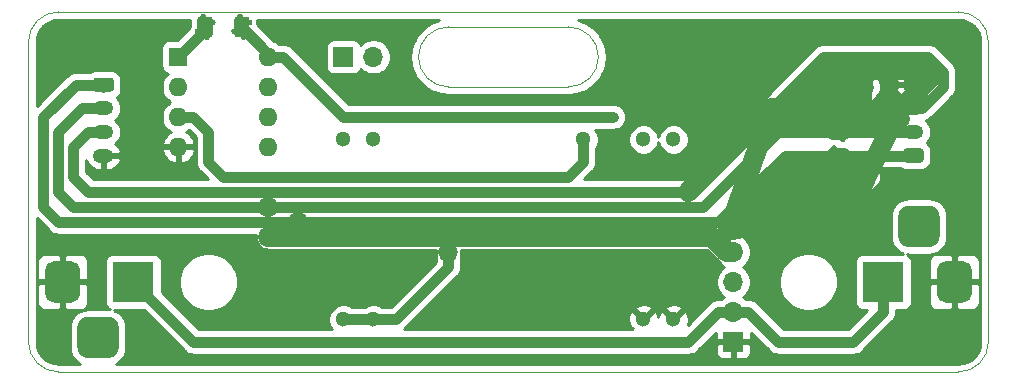
<source format=gbr>
From 54c117b6e8d65e9955a93de95a62e0f9ede7935c Mon Sep 17 00:00:00 2001
From: Blaise Thompson <blaise@untzag.com>
Date: Sun, 24 Jan 2021 22:27:03 -0600
Subject: digital driver prototype

---
 digital-driver/gerber/driver-B_Cu.gbr | 3545 +++++++++++++++++++++++++++++++++
 1 file changed, 3545 insertions(+)
 create mode 100644 digital-driver/gerber/driver-B_Cu.gbr

(limited to 'digital-driver/gerber/driver-B_Cu.gbr')

diff --git a/digital-driver/gerber/driver-B_Cu.gbr b/digital-driver/gerber/driver-B_Cu.gbr
new file mode 100644
index 0000000..bf91e94
--- /dev/null
+++ b/digital-driver/gerber/driver-B_Cu.gbr
@@ -0,0 +1,3545 @@
+%TF.GenerationSoftware,KiCad,Pcbnew,5.1.9+dfsg1-1*%
+%TF.CreationDate,2021-01-24T22:19:11-06:00*%
+%TF.ProjectId,driver,64726976-6572-42e6-9b69-6361645f7063,1.0.0*%
+%TF.SameCoordinates,Original*%
+%TF.FileFunction,Copper,L2,Bot*%
+%TF.FilePolarity,Positive*%
+%FSLAX46Y46*%
+G04 Gerber Fmt 4.6, Leading zero omitted, Abs format (unit mm)*
+G04 Created by KiCad (PCBNEW 5.1.9+dfsg1-1) date 2021-01-24 22:19:11*
+%MOMM*%
+%LPD*%
+G01*
+G04 APERTURE LIST*
+%TA.AperFunction,Profile*%
+%ADD10C,0.100000*%
+%TD*%
+%TA.AperFunction,ComponentPad*%
+%ADD11O,1.750000X1.200000*%
+%TD*%
+%TA.AperFunction,ComponentPad*%
+%ADD12C,1.300000*%
+%TD*%
+%TA.AperFunction,ComponentPad*%
+%ADD13R,3.500000X3.500000*%
+%TD*%
+%TA.AperFunction,ComponentPad*%
+%ADD14O,1.600000X1.600000*%
+%TD*%
+%TA.AperFunction,ComponentPad*%
+%ADD15R,1.600000X1.600000*%
+%TD*%
+%TA.AperFunction,ComponentPad*%
+%ADD16O,1.700000X1.700000*%
+%TD*%
+%TA.AperFunction,ComponentPad*%
+%ADD17R,1.700000X1.700000*%
+%TD*%
+%TA.AperFunction,ViaPad*%
+%ADD18C,0.800000*%
+%TD*%
+%TA.AperFunction,Conductor*%
+%ADD19C,0.889000*%
+%TD*%
+%TA.AperFunction,Conductor*%
+%ADD20C,0.254000*%
+%TD*%
+%TA.AperFunction,Conductor*%
+%ADD21C,0.100000*%
+%TD*%
+G04 APERTURE END LIST*
+D10*
+X121920000Y-85090000D02*
+G75*
+G02*
+X119380000Y-82550000I0J2540000D01*
+G01*
+X165100000Y-78740000D02*
+X88900000Y-78740000D01*
+X119380000Y-82550000D02*
+G75*
+G02*
+X121920000Y-80010000I2540000J0D01*
+G01*
+X132080000Y-80010000D02*
+G75*
+G02*
+X134620000Y-82550000I0J-2540000D01*
+G01*
+X134620000Y-82550000D02*
+G75*
+G02*
+X132080000Y-85090000I-2540000J0D01*
+G01*
+X132080000Y-80010000D02*
+X121920000Y-80010000D01*
+X132080000Y-85090000D02*
+X121920000Y-85090000D01*
+X165100000Y-109220000D02*
+X88900000Y-109220000D01*
+X86360000Y-81280000D02*
+X86360000Y-106680000D01*
+X167640000Y-106680000D02*
+X167640000Y-81280000D01*
+X86360000Y-81280000D02*
+G75*
+G02*
+X88900000Y-78740000I2540000J0D01*
+G01*
+X88900000Y-109220000D02*
+G75*
+G02*
+X86360000Y-106680000I0J2540000D01*
+G01*
+X167640000Y-106680000D02*
+G75*
+G02*
+X165100000Y-109220000I-2540000J0D01*
+G01*
+X165100000Y-78740000D02*
+G75*
+G02*
+X167640000Y-81280000I0J-2540000D01*
+G01*
+D11*
+%TO.P,J1,4*%
+%TO.N,GND*%
+X161290000Y-84900000D03*
+%TO.P,J1,3*%
+%TO.N,Net-(J1-Pad3)*%
+X161290000Y-86900000D03*
+%TO.P,J1,2*%
+%TO.N,SDA*%
+X161290000Y-88900000D03*
+%TO.P,J1,1*%
+%TO.N,SCL*%
+%TA.AperFunction,ComponentPad*%
+G36*
+G01*
+X161915001Y-91500000D02*
+X160664999Y-91500000D01*
+G75*
+G02*
+X160415000Y-91250001I0J249999D01*
+G01*
+X160415000Y-90549999D01*
+G75*
+G02*
+X160664999Y-90300000I249999J0D01*
+G01*
+X161915001Y-90300000D01*
+G75*
+G02*
+X162165000Y-90549999I0J-249999D01*
+G01*
+X162165000Y-91250001D01*
+G75*
+G02*
+X161915001Y-91500000I-249999J0D01*
+G01*
+G37*
+%TD.AperFunction*%
+%TD*%
+%TO.P,R4,2*%
+%TO.N,SCL*%
+%TA.AperFunction,SMDPad,CuDef*%
+G36*
+G01*
+X155565000Y-91582000D02*
+X154315000Y-91582000D01*
+G75*
+G02*
+X154065000Y-91332000I0J250000D01*
+G01*
+X154065000Y-90532000D01*
+G75*
+G02*
+X154315000Y-90282000I250000J0D01*
+G01*
+X155565000Y-90282000D01*
+G75*
+G02*
+X155815000Y-90532000I0J-250000D01*
+G01*
+X155815000Y-91332000D01*
+G75*
+G02*
+X155565000Y-91582000I-250000J0D01*
+G01*
+G37*
+%TD.AperFunction*%
+%TO.P,R4,1*%
+%TO.N,+5V*%
+%TA.AperFunction,SMDPad,CuDef*%
+G36*
+G01*
+X155565000Y-94682000D02*
+X154315000Y-94682000D01*
+G75*
+G02*
+X154065000Y-94432000I0J250000D01*
+G01*
+X154065000Y-93632000D01*
+G75*
+G02*
+X154315000Y-93382000I250000J0D01*
+G01*
+X155565000Y-93382000D01*
+G75*
+G02*
+X155815000Y-93632000I0J-250000D01*
+G01*
+X155815000Y-94432000D01*
+G75*
+G02*
+X155565000Y-94682000I-250000J0D01*
+G01*
+G37*
+%TD.AperFunction*%
+%TD*%
+%TO.P,R3,2*%
+%TO.N,Net-(R3-Pad2)*%
+%TA.AperFunction,SMDPad,CuDef*%
+G36*
+G01*
+X101970000Y-79385000D02*
+X101970000Y-80635000D01*
+G75*
+G02*
+X101720000Y-80885000I-250000J0D01*
+G01*
+X100920000Y-80885000D01*
+G75*
+G02*
+X100670000Y-80635000I0J250000D01*
+G01*
+X100670000Y-79385000D01*
+G75*
+G02*
+X100920000Y-79135000I250000J0D01*
+G01*
+X101720000Y-79135000D01*
+G75*
+G02*
+X101970000Y-79385000I0J-250000D01*
+G01*
+G37*
+%TD.AperFunction*%
+%TO.P,R3,1*%
+%TO.N,+5V*%
+%TA.AperFunction,SMDPad,CuDef*%
+G36*
+G01*
+X105070000Y-79385000D02*
+X105070000Y-80635000D01*
+G75*
+G02*
+X104820000Y-80885000I-250000J0D01*
+G01*
+X104020000Y-80885000D01*
+G75*
+G02*
+X103770000Y-80635000I0J250000D01*
+G01*
+X103770000Y-79385000D01*
+G75*
+G02*
+X104020000Y-79135000I250000J0D01*
+G01*
+X104820000Y-79135000D01*
+G75*
+G02*
+X105070000Y-79385000I0J-250000D01*
+G01*
+G37*
+%TD.AperFunction*%
+%TD*%
+%TO.P,R1,2*%
+%TO.N,+5V*%
+%TA.AperFunction,SMDPad,CuDef*%
+G36*
+G01*
+X155565000Y-86450000D02*
+X154315000Y-86450000D01*
+G75*
+G02*
+X154065000Y-86200000I0J250000D01*
+G01*
+X154065000Y-85400000D01*
+G75*
+G02*
+X154315000Y-85150000I250000J0D01*
+G01*
+X155565000Y-85150000D01*
+G75*
+G02*
+X155815000Y-85400000I0J-250000D01*
+G01*
+X155815000Y-86200000D01*
+G75*
+G02*
+X155565000Y-86450000I-250000J0D01*
+G01*
+G37*
+%TD.AperFunction*%
+%TO.P,R1,1*%
+%TO.N,SDA*%
+%TA.AperFunction,SMDPad,CuDef*%
+G36*
+G01*
+X155565000Y-89550000D02*
+X154315000Y-89550000D01*
+G75*
+G02*
+X154065000Y-89300000I0J250000D01*
+G01*
+X154065000Y-88500000D01*
+G75*
+G02*
+X154315000Y-88250000I250000J0D01*
+G01*
+X155565000Y-88250000D01*
+G75*
+G02*
+X155815000Y-88500000I0J-250000D01*
+G01*
+X155815000Y-89300000D01*
+G75*
+G02*
+X155565000Y-89550000I-250000J0D01*
+G01*
+G37*
+%TD.AperFunction*%
+%TD*%
+D12*
+%TO.P,J6,24*%
+%TO.N,+12V*%
+X140970000Y-89535000D03*
+%TO.P,J6,23*%
+X138430000Y-89535000D03*
+%TO.P,J6,21*%
+%TO.N,PWM_LED*%
+X133350000Y-89535000D03*
+%TO.P,J6,14*%
+%TO.N,Net-(J6-Pad13)*%
+X115570000Y-89535000D03*
+%TO.P,J6,13*%
+X113030000Y-89535000D03*
+%TO.P,J6,12*%
+%TO.N,Net-(J6-Pad11)*%
+X113030000Y-104775000D03*
+%TO.P,J6,11*%
+X115570000Y-104775000D03*
+%TO.P,J6,2*%
+%TO.N,GND*%
+X138430000Y-104775000D03*
+%TO.P,J6,1*%
+X140970000Y-104775000D03*
+%TD*%
+D13*
+%TO.P,J4,1*%
+%TO.N,+12V*%
+X95250000Y-101600000D03*
+%TO.P,J4,2*%
+%TO.N,GND*%
+%TA.AperFunction,ComponentPad*%
+G36*
+G01*
+X87750000Y-102600000D02*
+X87750000Y-100600000D01*
+G75*
+G02*
+X88500000Y-99850000I750000J0D01*
+G01*
+X90000000Y-99850000D01*
+G75*
+G02*
+X90750000Y-100600000I0J-750000D01*
+G01*
+X90750000Y-102600000D01*
+G75*
+G02*
+X90000000Y-103350000I-750000J0D01*
+G01*
+X88500000Y-103350000D01*
+G75*
+G02*
+X87750000Y-102600000I0J750000D01*
+G01*
+G37*
+%TD.AperFunction*%
+%TO.P,J4,3*%
+%TO.N,N/C*%
+%TA.AperFunction,ComponentPad*%
+G36*
+G01*
+X90500000Y-107175000D02*
+X90500000Y-105425000D01*
+G75*
+G02*
+X91375000Y-104550000I875000J0D01*
+G01*
+X93125000Y-104550000D01*
+G75*
+G02*
+X94000000Y-105425000I0J-875000D01*
+G01*
+X94000000Y-107175000D01*
+G75*
+G02*
+X93125000Y-108050000I-875000J0D01*
+G01*
+X91375000Y-108050000D01*
+G75*
+G02*
+X90500000Y-107175000I0J875000D01*
+G01*
+G37*
+%TD.AperFunction*%
+%TD*%
+%TO.P,J3,3*%
+%TO.N,N/C*%
+%TA.AperFunction,ComponentPad*%
+G36*
+G01*
+X163500000Y-96025000D02*
+X163500000Y-97775000D01*
+G75*
+G02*
+X162625000Y-98650000I-875000J0D01*
+G01*
+X160875000Y-98650000D01*
+G75*
+G02*
+X160000000Y-97775000I0J875000D01*
+G01*
+X160000000Y-96025000D01*
+G75*
+G02*
+X160875000Y-95150000I875000J0D01*
+G01*
+X162625000Y-95150000D01*
+G75*
+G02*
+X163500000Y-96025000I0J-875000D01*
+G01*
+G37*
+%TD.AperFunction*%
+%TO.P,J3,2*%
+%TO.N,GND*%
+%TA.AperFunction,ComponentPad*%
+G36*
+G01*
+X166250000Y-100600000D02*
+X166250000Y-102600000D01*
+G75*
+G02*
+X165500000Y-103350000I-750000J0D01*
+G01*
+X164000000Y-103350000D01*
+G75*
+G02*
+X163250000Y-102600000I0J750000D01*
+G01*
+X163250000Y-100600000D01*
+G75*
+G02*
+X164000000Y-99850000I750000J0D01*
+G01*
+X165500000Y-99850000D01*
+G75*
+G02*
+X166250000Y-100600000I0J-750000D01*
+G01*
+G37*
+%TD.AperFunction*%
+%TO.P,J3,1*%
+%TO.N,+12V*%
+X158750000Y-101600000D03*
+%TD*%
+D11*
+%TO.P,J2,4*%
+%TO.N,GND*%
+X92710000Y-90900000D03*
+%TO.P,J2,3*%
+%TO.N,Net-(J1-Pad3)*%
+X92710000Y-88900000D03*
+%TO.P,J2,2*%
+%TO.N,SDA*%
+X92710000Y-86900000D03*
+%TO.P,J2,1*%
+%TO.N,SCL*%
+%TA.AperFunction,ComponentPad*%
+G36*
+G01*
+X92084999Y-84300000D02*
+X93335001Y-84300000D01*
+G75*
+G02*
+X93585000Y-84549999I0J-249999D01*
+G01*
+X93585000Y-85250001D01*
+G75*
+G02*
+X93335001Y-85500000I-249999J0D01*
+G01*
+X92084999Y-85500000D01*
+G75*
+G02*
+X91835000Y-85250001I0J249999D01*
+G01*
+X91835000Y-84549999D01*
+G75*
+G02*
+X92084999Y-84300000I249999J0D01*
+G01*
+G37*
+%TD.AperFunction*%
+%TD*%
+D14*
+%TO.P,U1,8*%
+%TO.N,+5V*%
+X106680000Y-82550000D03*
+%TO.P,U1,4*%
+%TO.N,GND*%
+X99060000Y-90170000D03*
+%TO.P,U1,7*%
+%TO.N,SCL*%
+X106680000Y-85090000D03*
+%TO.P,U1,3*%
+%TO.N,PWM_LED*%
+X99060000Y-87630000D03*
+%TO.P,U1,6*%
+%TO.N,PWM_FAN*%
+X106680000Y-87630000D03*
+%TO.P,U1,2*%
+%TO.N,INDICATOR*%
+X99060000Y-85090000D03*
+%TO.P,U1,5*%
+%TO.N,SDA*%
+X106680000Y-90170000D03*
+D15*
+%TO.P,U1,1*%
+%TO.N,Net-(R3-Pad2)*%
+X99060000Y-82550000D03*
+%TD*%
+D16*
+%TO.P,J5,4*%
+%TO.N,PWM_FAN*%
+X146050000Y-99060000D03*
+%TO.P,J5,3*%
+%TO.N,Net-(J5-Pad3)*%
+X146050000Y-101600000D03*
+%TO.P,J5,2*%
+%TO.N,+12V*%
+X146050000Y-104140000D03*
+D17*
+%TO.P,J5,1*%
+%TO.N,GND*%
+X146050000Y-106680000D03*
+%TD*%
+%TO.P,J7,1*%
+%TO.N,Net-(J6-Pad13)*%
+X113030000Y-82550000D03*
+D16*
+%TO.P,J7,2*%
+%TO.N,Net-(J6-Pad11)*%
+X115570000Y-82550000D03*
+%TD*%
+D18*
+%TO.N,+5V*%
+X135890000Y-87630000D03*
+X157480000Y-92710000D03*
+X157480000Y-85090000D03*
+%TO.N,SDA*%
+X106680000Y-95250000D03*
+%TO.N,SCL*%
+X109220000Y-96520000D03*
+%TO.N,PWM_FAN*%
+X106680000Y-97790000D03*
+%TO.N,Net-(J6-Pad11)*%
+X121920000Y-99060000D03*
+%TD*%
+D19*
+%TO.N,+12V*%
+X144780000Y-104140000D02*
+X146050000Y-104140000D01*
+X142240000Y-106680000D02*
+X144780000Y-104140000D01*
+X100330000Y-106680000D02*
+X142240000Y-106680000D01*
+X95250000Y-101600000D02*
+X100330000Y-106680000D01*
+X146050000Y-104140000D02*
+X147320000Y-104140000D01*
+X147320000Y-104140000D02*
+X149860000Y-106680000D01*
+X149860000Y-106680000D02*
+X156210000Y-106680000D01*
+X156210000Y-106680000D02*
+X158750000Y-104140000D01*
+X158750000Y-104140000D02*
+X158750000Y-101600000D01*
+%TO.N,+5V*%
+X135890000Y-87630000D02*
+X113030000Y-87630000D01*
+X107950000Y-82550000D02*
+X106680000Y-82550000D01*
+X113030000Y-87630000D02*
+X107950000Y-82550000D01*
+X156158000Y-94032000D02*
+X154940000Y-94032000D01*
+X157480000Y-92710000D02*
+X156158000Y-94032000D01*
+X156770000Y-85800000D02*
+X157480000Y-85090000D01*
+X154940000Y-85800000D02*
+X156770000Y-85800000D01*
+X106680000Y-82270000D02*
+X104420000Y-80010000D01*
+X106680000Y-82550000D02*
+X106680000Y-82270000D01*
+%TO.N,SDA*%
+X149860000Y-88900000D02*
+X161290000Y-88900000D01*
+X143510000Y-95250000D02*
+X149860000Y-88900000D01*
+X88900000Y-93980000D02*
+X90170000Y-95250000D01*
+X88900000Y-88900000D02*
+X88900000Y-93980000D01*
+X90900000Y-86900000D02*
+X88900000Y-88900000D01*
+X92710000Y-86900000D02*
+X90900000Y-86900000D01*
+X106680000Y-95250000D02*
+X143510000Y-95250000D01*
+X90170000Y-95250000D02*
+X106680000Y-95250000D01*
+%TO.N,SCL*%
+X92710000Y-84900000D02*
+X92710000Y-85090000D01*
+X150400000Y-90900000D02*
+X161290000Y-90900000D01*
+X144779991Y-96520009D02*
+X150400000Y-90900000D01*
+X87630000Y-95250000D02*
+X88900009Y-96520009D01*
+X87630000Y-87630000D02*
+X87630000Y-95250000D01*
+X90360000Y-84900000D02*
+X87630000Y-87630000D01*
+X92710000Y-84900000D02*
+X90360000Y-84900000D01*
+X109220000Y-96520000D02*
+X144779982Y-96520000D01*
+X88900000Y-96520000D02*
+X109220000Y-96520000D01*
+%TO.N,PWM_LED*%
+X99060000Y-87630000D02*
+X100330000Y-87630000D01*
+X100330000Y-87630000D02*
+X101600000Y-88900000D01*
+X101600000Y-88900000D02*
+X101600000Y-91440000D01*
+X101600000Y-91440000D02*
+X102870000Y-92710000D01*
+X102870000Y-92710000D02*
+X132080000Y-92710000D01*
+X133350000Y-91440000D02*
+X133350000Y-89535000D01*
+X132080000Y-92710000D02*
+X133350000Y-91440000D01*
+%TO.N,PWM_FAN*%
+X145523918Y-99060000D02*
+X146050000Y-99060000D01*
+X144253918Y-97790000D02*
+X145523918Y-99060000D01*
+X106680000Y-97790000D02*
+X144253918Y-97790000D01*
+%TO.N,Net-(J1-Pad3)*%
+X142240000Y-93980000D02*
+X149320000Y-86900000D01*
+X91440000Y-93980000D02*
+X142240000Y-93980000D01*
+X91440000Y-88900000D02*
+X90170000Y-90170000D01*
+X92710000Y-88900000D02*
+X91440000Y-88900000D01*
+X91440000Y-93980000D02*
+X90170000Y-92710000D01*
+X90170000Y-92710000D02*
+X90170000Y-90170000D01*
+X149320000Y-86900000D02*
+X149225000Y-86995000D01*
+X162020000Y-86900000D02*
+X161290000Y-86900000D01*
+X163830000Y-85090000D02*
+X162020000Y-86900000D01*
+X163830000Y-83820000D02*
+X163830000Y-85090000D01*
+X162560000Y-82550000D02*
+X163830000Y-83820000D01*
+X153670000Y-82550000D02*
+X162560000Y-82550000D01*
+X149320000Y-86900000D02*
+X153670000Y-82550000D01*
+%TO.N,Net-(J6-Pad11)*%
+X115570000Y-104775000D02*
+X113030000Y-104775000D01*
+X121920000Y-99060000D02*
+X121920000Y-100330000D01*
+X117475000Y-104775000D02*
+X115570000Y-104775000D01*
+X121920000Y-100330000D02*
+X117475000Y-104775000D01*
+%TO.N,Net-(R3-Pad2)*%
+X101320000Y-80290000D02*
+X99060000Y-82550000D01*
+X101320000Y-80010000D02*
+X101320000Y-80290000D01*
+%TD*%
+D20*
+%TO.N,GND*%
+X88099178Y-97245821D02*
+X88132985Y-97287015D01*
+X88174179Y-97320822D01*
+X88174184Y-97320827D01*
+X88297369Y-97421923D01*
+X88484904Y-97522162D01*
+X88688390Y-97583889D01*
+X88900009Y-97604732D01*
+X88953129Y-97599500D01*
+X105614040Y-97599500D01*
+X105595277Y-97790000D01*
+X105616120Y-98001619D01*
+X105677847Y-98205106D01*
+X105778086Y-98392640D01*
+X105912985Y-98557015D01*
+X106077360Y-98691914D01*
+X106264894Y-98792153D01*
+X106468381Y-98853880D01*
+X106626971Y-98869500D01*
+X120854040Y-98869500D01*
+X120840500Y-99006972D01*
+X120840500Y-99882857D01*
+X117027858Y-103695500D01*
+X116267354Y-103695500D01*
+X116178676Y-103636247D01*
+X115944821Y-103539381D01*
+X115696561Y-103490000D01*
+X115443439Y-103490000D01*
+X115195179Y-103539381D01*
+X114961324Y-103636247D01*
+X114872646Y-103695500D01*
+X113727354Y-103695500D01*
+X113638676Y-103636247D01*
+X113404821Y-103539381D01*
+X113156561Y-103490000D01*
+X112903439Y-103490000D01*
+X112655179Y-103539381D01*
+X112421324Y-103636247D01*
+X112210860Y-103776875D01*
+X112031875Y-103955860D01*
+X111891247Y-104166324D01*
+X111794381Y-104400179D01*
+X111745000Y-104648439D01*
+X111745000Y-104901561D01*
+X111794381Y-105149821D01*
+X111891247Y-105383676D01*
+X112031875Y-105594140D01*
+X112038235Y-105600500D01*
+X100777144Y-105600500D01*
+X97638072Y-102461429D01*
+X97638072Y-101355249D01*
+X99115000Y-101355249D01*
+X99115000Y-101844751D01*
+X99210497Y-102324848D01*
+X99397821Y-102777089D01*
+X99669774Y-103184095D01*
+X100015905Y-103530226D01*
+X100422911Y-103802179D01*
+X100875152Y-103989503D01*
+X101355249Y-104085000D01*
+X101844751Y-104085000D01*
+X102324848Y-103989503D01*
+X102777089Y-103802179D01*
+X103184095Y-103530226D01*
+X103530226Y-103184095D01*
+X103802179Y-102777089D01*
+X103989503Y-102324848D01*
+X104085000Y-101844751D01*
+X104085000Y-101355249D01*
+X103989503Y-100875152D01*
+X103802179Y-100422911D01*
+X103530226Y-100015905D01*
+X103184095Y-99669774D01*
+X102777089Y-99397821D01*
+X102324848Y-99210497D01*
+X101844751Y-99115000D01*
+X101355249Y-99115000D01*
+X100875152Y-99210497D01*
+X100422911Y-99397821D01*
+X100015905Y-99669774D01*
+X99669774Y-100015905D01*
+X99397821Y-100422911D01*
+X99210497Y-100875152D01*
+X99115000Y-101355249D01*
+X97638072Y-101355249D01*
+X97638072Y-99850000D01*
+X97625812Y-99725518D01*
+X97589502Y-99605820D01*
+X97530537Y-99495506D01*
+X97451185Y-99398815D01*
+X97354494Y-99319463D01*
+X97244180Y-99260498D01*
+X97124482Y-99224188D01*
+X97000000Y-99211928D01*
+X93500000Y-99211928D01*
+X93375518Y-99224188D01*
+X93255820Y-99260498D01*
+X93145506Y-99319463D01*
+X93048815Y-99398815D01*
+X92969463Y-99495506D01*
+X92910498Y-99605820D01*
+X92874188Y-99725518D01*
+X92861928Y-99850000D01*
+X92861928Y-103350000D01*
+X92874188Y-103474482D01*
+X92910498Y-103594180D01*
+X92969463Y-103704494D01*
+X93048815Y-103801185D01*
+X93145506Y-103880537D01*
+X93222131Y-103921494D01*
+X93125000Y-103911928D01*
+X91375000Y-103911928D01*
+X91079814Y-103941001D01*
+X90795972Y-104027104D01*
+X90534382Y-104166927D01*
+X90305097Y-104355097D01*
+X90116927Y-104584382D01*
+X89977104Y-104845972D01*
+X89891001Y-105129814D01*
+X89861928Y-105425000D01*
+X89861928Y-107175000D01*
+X89891001Y-107470186D01*
+X89977104Y-107754028D01*
+X90116927Y-108015618D01*
+X90305097Y-108244903D01*
+X90534382Y-108433073D01*
+X90725074Y-108535000D01*
+X88933505Y-108535000D01*
+X88540333Y-108496449D01*
+X88194365Y-108391996D01*
+X87875276Y-108222333D01*
+X87595219Y-107993924D01*
+X87364859Y-107715466D01*
+X87192973Y-107397570D01*
+X87086106Y-107052340D01*
+X87045000Y-106661238D01*
+X87045000Y-103350000D01*
+X87111928Y-103350000D01*
+X87124188Y-103474482D01*
+X87160498Y-103594180D01*
+X87219463Y-103704494D01*
+X87298815Y-103801185D01*
+X87395506Y-103880537D01*
+X87505820Y-103939502D01*
+X87625518Y-103975812D01*
+X87750000Y-103988072D01*
+X88964250Y-103985000D01*
+X89123000Y-103826250D01*
+X89123000Y-101727000D01*
+X89377000Y-101727000D01*
+X89377000Y-103826250D01*
+X89535750Y-103985000D01*
+X90750000Y-103988072D01*
+X90874482Y-103975812D01*
+X90994180Y-103939502D01*
+X91104494Y-103880537D01*
+X91201185Y-103801185D01*
+X91280537Y-103704494D01*
+X91339502Y-103594180D01*
+X91375812Y-103474482D01*
+X91388072Y-103350000D01*
+X91385000Y-101885750D01*
+X91226250Y-101727000D01*
+X89377000Y-101727000D01*
+X89123000Y-101727000D01*
+X87273750Y-101727000D01*
+X87115000Y-101885750D01*
+X87111928Y-103350000D01*
+X87045000Y-103350000D01*
+X87045000Y-99850000D01*
+X87111928Y-99850000D01*
+X87115000Y-101314250D01*
+X87273750Y-101473000D01*
+X89123000Y-101473000D01*
+X89123000Y-99373750D01*
+X89377000Y-99373750D01*
+X89377000Y-101473000D01*
+X91226250Y-101473000D01*
+X91385000Y-101314250D01*
+X91388072Y-99850000D01*
+X91375812Y-99725518D01*
+X91339502Y-99605820D01*
+X91280537Y-99495506D01*
+X91201185Y-99398815D01*
+X91104494Y-99319463D01*
+X90994180Y-99260498D01*
+X90874482Y-99224188D01*
+X90750000Y-99211928D01*
+X89535750Y-99215000D01*
+X89377000Y-99373750D01*
+X89123000Y-99373750D01*
+X88964250Y-99215000D01*
+X87750000Y-99211928D01*
+X87625518Y-99224188D01*
+X87505820Y-99260498D01*
+X87395506Y-99319463D01*
+X87298815Y-99398815D01*
+X87219463Y-99495506D01*
+X87160498Y-99605820D01*
+X87124188Y-99725518D01*
+X87111928Y-99850000D01*
+X87045000Y-99850000D01*
+X87045000Y-96191642D01*
+X88099178Y-97245821D01*
+%TA.AperFunction,Conductor*%
+D21*
+G36*
+X88099178Y-97245821D02*
+G01*
+X88132985Y-97287015D01*
+X88174179Y-97320822D01*
+X88174184Y-97320827D01*
+X88297369Y-97421923D01*
+X88484904Y-97522162D01*
+X88688390Y-97583889D01*
+X88900009Y-97604732D01*
+X88953129Y-97599500D01*
+X105614040Y-97599500D01*
+X105595277Y-97790000D01*
+X105616120Y-98001619D01*
+X105677847Y-98205106D01*
+X105778086Y-98392640D01*
+X105912985Y-98557015D01*
+X106077360Y-98691914D01*
+X106264894Y-98792153D01*
+X106468381Y-98853880D01*
+X106626971Y-98869500D01*
+X120854040Y-98869500D01*
+X120840500Y-99006972D01*
+X120840500Y-99882857D01*
+X117027858Y-103695500D01*
+X116267354Y-103695500D01*
+X116178676Y-103636247D01*
+X115944821Y-103539381D01*
+X115696561Y-103490000D01*
+X115443439Y-103490000D01*
+X115195179Y-103539381D01*
+X114961324Y-103636247D01*
+X114872646Y-103695500D01*
+X113727354Y-103695500D01*
+X113638676Y-103636247D01*
+X113404821Y-103539381D01*
+X113156561Y-103490000D01*
+X112903439Y-103490000D01*
+X112655179Y-103539381D01*
+X112421324Y-103636247D01*
+X112210860Y-103776875D01*
+X112031875Y-103955860D01*
+X111891247Y-104166324D01*
+X111794381Y-104400179D01*
+X111745000Y-104648439D01*
+X111745000Y-104901561D01*
+X111794381Y-105149821D01*
+X111891247Y-105383676D01*
+X112031875Y-105594140D01*
+X112038235Y-105600500D01*
+X100777144Y-105600500D01*
+X97638072Y-102461429D01*
+X97638072Y-101355249D01*
+X99115000Y-101355249D01*
+X99115000Y-101844751D01*
+X99210497Y-102324848D01*
+X99397821Y-102777089D01*
+X99669774Y-103184095D01*
+X100015905Y-103530226D01*
+X100422911Y-103802179D01*
+X100875152Y-103989503D01*
+X101355249Y-104085000D01*
+X101844751Y-104085000D01*
+X102324848Y-103989503D01*
+X102777089Y-103802179D01*
+X103184095Y-103530226D01*
+X103530226Y-103184095D01*
+X103802179Y-102777089D01*
+X103989503Y-102324848D01*
+X104085000Y-101844751D01*
+X104085000Y-101355249D01*
+X103989503Y-100875152D01*
+X103802179Y-100422911D01*
+X103530226Y-100015905D01*
+X103184095Y-99669774D01*
+X102777089Y-99397821D01*
+X102324848Y-99210497D01*
+X101844751Y-99115000D01*
+X101355249Y-99115000D01*
+X100875152Y-99210497D01*
+X100422911Y-99397821D01*
+X100015905Y-99669774D01*
+X99669774Y-100015905D01*
+X99397821Y-100422911D01*
+X99210497Y-100875152D01*
+X99115000Y-101355249D01*
+X97638072Y-101355249D01*
+X97638072Y-99850000D01*
+X97625812Y-99725518D01*
+X97589502Y-99605820D01*
+X97530537Y-99495506D01*
+X97451185Y-99398815D01*
+X97354494Y-99319463D01*
+X97244180Y-99260498D01*
+X97124482Y-99224188D01*
+X97000000Y-99211928D01*
+X93500000Y-99211928D01*
+X93375518Y-99224188D01*
+X93255820Y-99260498D01*
+X93145506Y-99319463D01*
+X93048815Y-99398815D01*
+X92969463Y-99495506D01*
+X92910498Y-99605820D01*
+X92874188Y-99725518D01*
+X92861928Y-99850000D01*
+X92861928Y-103350000D01*
+X92874188Y-103474482D01*
+X92910498Y-103594180D01*
+X92969463Y-103704494D01*
+X93048815Y-103801185D01*
+X93145506Y-103880537D01*
+X93222131Y-103921494D01*
+X93125000Y-103911928D01*
+X91375000Y-103911928D01*
+X91079814Y-103941001D01*
+X90795972Y-104027104D01*
+X90534382Y-104166927D01*
+X90305097Y-104355097D01*
+X90116927Y-104584382D01*
+X89977104Y-104845972D01*
+X89891001Y-105129814D01*
+X89861928Y-105425000D01*
+X89861928Y-107175000D01*
+X89891001Y-107470186D01*
+X89977104Y-107754028D01*
+X90116927Y-108015618D01*
+X90305097Y-108244903D01*
+X90534382Y-108433073D01*
+X90725074Y-108535000D01*
+X88933505Y-108535000D01*
+X88540333Y-108496449D01*
+X88194365Y-108391996D01*
+X87875276Y-108222333D01*
+X87595219Y-107993924D01*
+X87364859Y-107715466D01*
+X87192973Y-107397570D01*
+X87086106Y-107052340D01*
+X87045000Y-106661238D01*
+X87045000Y-103350000D01*
+X87111928Y-103350000D01*
+X87124188Y-103474482D01*
+X87160498Y-103594180D01*
+X87219463Y-103704494D01*
+X87298815Y-103801185D01*
+X87395506Y-103880537D01*
+X87505820Y-103939502D01*
+X87625518Y-103975812D01*
+X87750000Y-103988072D01*
+X88964250Y-103985000D01*
+X89123000Y-103826250D01*
+X89123000Y-101727000D01*
+X89377000Y-101727000D01*
+X89377000Y-103826250D01*
+X89535750Y-103985000D01*
+X90750000Y-103988072D01*
+X90874482Y-103975812D01*
+X90994180Y-103939502D01*
+X91104494Y-103880537D01*
+X91201185Y-103801185D01*
+X91280537Y-103704494D01*
+X91339502Y-103594180D01*
+X91375812Y-103474482D01*
+X91388072Y-103350000D01*
+X91385000Y-101885750D01*
+X91226250Y-101727000D01*
+X89377000Y-101727000D01*
+X89123000Y-101727000D01*
+X87273750Y-101727000D01*
+X87115000Y-101885750D01*
+X87111928Y-103350000D01*
+X87045000Y-103350000D01*
+X87045000Y-99850000D01*
+X87111928Y-99850000D01*
+X87115000Y-101314250D01*
+X87273750Y-101473000D01*
+X89123000Y-101473000D01*
+X89123000Y-99373750D01*
+X89377000Y-99373750D01*
+X89377000Y-101473000D01*
+X91226250Y-101473000D01*
+X91385000Y-101314250D01*
+X91388072Y-99850000D01*
+X91375812Y-99725518D01*
+X91339502Y-99605820D01*
+X91280537Y-99495506D01*
+X91201185Y-99398815D01*
+X91104494Y-99319463D01*
+X90994180Y-99260498D01*
+X90874482Y-99224188D01*
+X90750000Y-99211928D01*
+X89535750Y-99215000D01*
+X89377000Y-99373750D01*
+X89123000Y-99373750D01*
+X88964250Y-99215000D01*
+X87750000Y-99211928D01*
+X87625518Y-99224188D01*
+X87505820Y-99260498D01*
+X87395506Y-99319463D01*
+X87298815Y-99398815D01*
+X87219463Y-99495506D01*
+X87160498Y-99605820D01*
+X87124188Y-99725518D01*
+X87111928Y-99850000D01*
+X87045000Y-99850000D01*
+X87045000Y-96191642D01*
+X88099178Y-97245821D01*
+G37*
+%TD.AperFunction*%
+D20*
+X120733150Y-79554102D02*
+X120675896Y-79578170D01*
+X120618352Y-79601419D01*
+X120609907Y-79605909D01*
+X120173847Y-79841686D01*
+X120122384Y-79876398D01*
+X120070427Y-79910398D01*
+X120063015Y-79916443D01*
+X119681055Y-80232427D01*
+X119637308Y-80276481D01*
+X119592950Y-80319919D01*
+X119586853Y-80327289D01*
+X119273543Y-80711445D01*
+X119239192Y-80763148D01*
+X119204110Y-80814384D01*
+X119199561Y-80822797D01*
+X118966834Y-81260493D01*
+X118943171Y-81317903D01*
+X118918718Y-81374958D01*
+X118915889Y-81384094D01*
+X118772610Y-81858659D01*
+X118760548Y-81919577D01*
+X118747643Y-81980289D01*
+X118746643Y-81989800D01*
+X118698269Y-82483156D01*
+X118698269Y-82513086D01*
+X118695038Y-82542831D01*
+X118695004Y-82552395D01*
+X118695066Y-82570127D01*
+X118698090Y-82599896D01*
+X118697881Y-82629815D01*
+X118698814Y-82639334D01*
+X118750632Y-83132340D01*
+X118763109Y-83193121D01*
+X118774749Y-83254142D01*
+X118777513Y-83263298D01*
+X118924103Y-83736851D01*
+X118948167Y-83794097D01*
+X118971419Y-83851648D01*
+X118975907Y-83860089D01*
+X118975909Y-83860094D01*
+X118975912Y-83860098D01*
+X119211686Y-84296153D01*
+X119246398Y-84347616D01*
+X119280398Y-84399573D01*
+X119286443Y-84406985D01*
+X119602427Y-84788945D01*
+X119646500Y-84832712D01*
+X119689920Y-84877050D01*
+X119697289Y-84883147D01*
+X120081445Y-85196457D01*
+X120133148Y-85230808D01*
+X120184384Y-85265890D01*
+X120192797Y-85270439D01*
+X120630493Y-85503166D01*
+X120687882Y-85526820D01*
+X120744958Y-85551283D01*
+X120754095Y-85554111D01*
+X121228659Y-85697390D01*
+X121289577Y-85709452D01*
+X121350289Y-85722357D01*
+X121359801Y-85723357D01*
+X121853156Y-85771731D01*
+X121853163Y-85771731D01*
+X121886353Y-85775000D01*
+X132113647Y-85775000D01*
+X132144018Y-85772009D01*
+X132159815Y-85772119D01*
+X132169334Y-85771186D01*
+X132662340Y-85719368D01*
+X132723121Y-85706891D01*
+X132784142Y-85695251D01*
+X132793298Y-85692487D01*
+X133266851Y-85545897D01*
+X133324097Y-85521833D01*
+X133381648Y-85498581D01*
+X133390089Y-85494093D01*
+X133390094Y-85494091D01*
+X133390098Y-85494088D01*
+X133826153Y-85258314D01*
+X133877616Y-85223602D01*
+X133929573Y-85189602D01*
+X133936985Y-85183557D01*
+X134318945Y-84867573D01*
+X134362712Y-84823500D01*
+X134407050Y-84780080D01*
+X134413147Y-84772711D01*
+X134726457Y-84388555D01*
+X134760808Y-84336852D01*
+X134795890Y-84285616D01*
+X134800439Y-84277203D01*
+X135033166Y-83839507D01*
+X135056820Y-83782118D01*
+X135081283Y-83725042D01*
+X135084111Y-83715905D01*
+X135227390Y-83241341D01*
+X135239452Y-83180423D01*
+X135252357Y-83119711D01*
+X135253357Y-83110199D01*
+X135301731Y-82616844D01*
+X135301731Y-82586914D01*
+X135304962Y-82557169D01*
+X135304996Y-82547605D01*
+X135304934Y-82529873D01*
+X135301910Y-82500104D01*
+X135302119Y-82470185D01*
+X135301186Y-82460666D01*
+X135249369Y-81967660D01*
+X135236886Y-81906849D01*
+X135225251Y-81845858D01*
+X135222487Y-81836702D01*
+X135075898Y-81363150D01*
+X135051830Y-81305896D01*
+X135028581Y-81248352D01*
+X135024091Y-81239907D01*
+X134788314Y-80803847D01*
+X134753602Y-80752384D01*
+X134719602Y-80700427D01*
+X134713557Y-80693015D01*
+X134397573Y-80311055D01*
+X134353519Y-80267308D01*
+X134310081Y-80222950D01*
+X134302711Y-80216853D01*
+X133918555Y-79903543D01*
+X133866852Y-79869192D01*
+X133815616Y-79834110D01*
+X133807203Y-79829561D01*
+X133369507Y-79596834D01*
+X133312097Y-79573171D01*
+X133255042Y-79548718D01*
+X133245906Y-79545889D01*
+X132845501Y-79425000D01*
+X165066496Y-79425000D01*
+X165459668Y-79463551D01*
+X165805634Y-79568004D01*
+X166124724Y-79737667D01*
+X166404781Y-79966076D01*
+X166635141Y-80244534D01*
+X166807027Y-80562430D01*
+X166913893Y-80907658D01*
+X166955001Y-81298763D01*
+X166955000Y-106646495D01*
+X166916449Y-107039667D01*
+X166811996Y-107385635D01*
+X166642333Y-107704724D01*
+X166413924Y-107984781D01*
+X166135466Y-108215141D01*
+X165817570Y-108387027D01*
+X165472340Y-108493894D01*
+X165081238Y-108535000D01*
+X93774926Y-108535000D01*
+X93965618Y-108433073D01*
+X94194903Y-108244903D01*
+X94383073Y-108015618D01*
+X94522896Y-107754028D01*
+X94608999Y-107470186D01*
+X94638072Y-107175000D01*
+X94638072Y-105425000D01*
+X94608999Y-105129814D01*
+X94522896Y-104845972D01*
+X94383073Y-104584382D01*
+X94194903Y-104355097D01*
+X93965618Y-104166927D01*
+X93704028Y-104027104D01*
+X93575357Y-103988072D01*
+X96111429Y-103988072D01*
+X99529182Y-107405826D01*
+X99562985Y-107447015D01*
+X99604174Y-107480818D01*
+X99604175Y-107480819D01*
+X99690627Y-107551768D01*
+X99727360Y-107581914D01*
+X99914894Y-107682153D01*
+X100092048Y-107735892D01*
+X100118381Y-107743880D01*
+X100330000Y-107764723D01*
+X100383029Y-107759500D01*
+X142186971Y-107759500D01*
+X142240000Y-107764723D01*
+X142293029Y-107759500D01*
+X142451619Y-107743880D01*
+X142655106Y-107682153D01*
+X142842640Y-107581914D01*
+X142905897Y-107530000D01*
+X144561928Y-107530000D01*
+X144574188Y-107654482D01*
+X144610498Y-107774180D01*
+X144669463Y-107884494D01*
+X144748815Y-107981185D01*
+X144845506Y-108060537D01*
+X144955820Y-108119502D01*
+X145075518Y-108155812D01*
+X145200000Y-108168072D01*
+X145764250Y-108165000D01*
+X145923000Y-108006250D01*
+X145923000Y-106807000D01*
+X146177000Y-106807000D01*
+X146177000Y-108006250D01*
+X146335750Y-108165000D01*
+X146900000Y-108168072D01*
+X147024482Y-108155812D01*
+X147144180Y-108119502D01*
+X147254494Y-108060537D01*
+X147351185Y-107981185D01*
+X147430537Y-107884494D01*
+X147489502Y-107774180D01*
+X147525812Y-107654482D01*
+X147538072Y-107530000D01*
+X147535000Y-106965750D01*
+X147376250Y-106807000D01*
+X146177000Y-106807000D01*
+X145923000Y-106807000D01*
+X144723750Y-106807000D01*
+X144565000Y-106965750D01*
+X144561928Y-107530000D01*
+X142905897Y-107530000D01*
+X143007015Y-107447015D01*
+X143040827Y-107405815D01*
+X144562224Y-105884418D01*
+X144565000Y-106394250D01*
+X144723750Y-106553000D01*
+X145923000Y-106553000D01*
+X145923000Y-106533000D01*
+X146177000Y-106533000D01*
+X146177000Y-106553000D01*
+X147376250Y-106553000D01*
+X147535000Y-106394250D01*
+X147537776Y-105884418D01*
+X149059178Y-107405821D01*
+X149092985Y-107447015D01*
+X149257360Y-107581914D01*
+X149444894Y-107682153D01*
+X149648381Y-107743880D01*
+X149806971Y-107759500D01*
+X149806978Y-107759500D01*
+X149859999Y-107764722D01*
+X149913021Y-107759500D01*
+X156156971Y-107759500D01*
+X156210000Y-107764723D01*
+X156263029Y-107759500D01*
+X156421619Y-107743880D01*
+X156625106Y-107682153D01*
+X156812640Y-107581914D01*
+X156977015Y-107447015D01*
+X157010827Y-107405815D01*
+X159475821Y-104940822D01*
+X159517015Y-104907015D01*
+X159651914Y-104742640D01*
+X159752153Y-104555106D01*
+X159813880Y-104351619D01*
+X159829500Y-104193029D01*
+X159829500Y-104193022D01*
+X159834722Y-104140001D01*
+X159829500Y-104086979D01*
+X159829500Y-103988072D01*
+X160500000Y-103988072D01*
+X160624482Y-103975812D01*
+X160744180Y-103939502D01*
+X160854494Y-103880537D01*
+X160951185Y-103801185D01*
+X161030537Y-103704494D01*
+X161089502Y-103594180D01*
+X161125812Y-103474482D01*
+X161138072Y-103350000D01*
+X162611928Y-103350000D01*
+X162624188Y-103474482D01*
+X162660498Y-103594180D01*
+X162719463Y-103704494D01*
+X162798815Y-103801185D01*
+X162895506Y-103880537D01*
+X163005820Y-103939502D01*
+X163125518Y-103975812D01*
+X163250000Y-103988072D01*
+X164464250Y-103985000D01*
+X164623000Y-103826250D01*
+X164623000Y-101727000D01*
+X164877000Y-101727000D01*
+X164877000Y-103826250D01*
+X165035750Y-103985000D01*
+X166250000Y-103988072D01*
+X166374482Y-103975812D01*
+X166494180Y-103939502D01*
+X166604494Y-103880537D01*
+X166701185Y-103801185D01*
+X166780537Y-103704494D01*
+X166839502Y-103594180D01*
+X166875812Y-103474482D01*
+X166888072Y-103350000D01*
+X166885000Y-101885750D01*
+X166726250Y-101727000D01*
+X164877000Y-101727000D01*
+X164623000Y-101727000D01*
+X162773750Y-101727000D01*
+X162615000Y-101885750D01*
+X162611928Y-103350000D01*
+X161138072Y-103350000D01*
+X161138072Y-99850000D01*
+X162611928Y-99850000D01*
+X162615000Y-101314250D01*
+X162773750Y-101473000D01*
+X164623000Y-101473000D01*
+X164623000Y-99373750D01*
+X164877000Y-99373750D01*
+X164877000Y-101473000D01*
+X166726250Y-101473000D01*
+X166885000Y-101314250D01*
+X166888072Y-99850000D01*
+X166875812Y-99725518D01*
+X166839502Y-99605820D01*
+X166780537Y-99495506D01*
+X166701185Y-99398815D01*
+X166604494Y-99319463D01*
+X166494180Y-99260498D01*
+X166374482Y-99224188D01*
+X166250000Y-99211928D01*
+X165035750Y-99215000D01*
+X164877000Y-99373750D01*
+X164623000Y-99373750D01*
+X164464250Y-99215000D01*
+X163250000Y-99211928D01*
+X163125518Y-99224188D01*
+X163005820Y-99260498D01*
+X162895506Y-99319463D01*
+X162798815Y-99398815D01*
+X162719463Y-99495506D01*
+X162660498Y-99605820D01*
+X162624188Y-99725518D01*
+X162611928Y-99850000D01*
+X161138072Y-99850000D01*
+X161125812Y-99725518D01*
+X161089502Y-99605820D01*
+X161030537Y-99495506D01*
+X160951185Y-99398815D01*
+X160854494Y-99319463D01*
+X160777869Y-99278506D01*
+X160875000Y-99288072D01*
+X162625000Y-99288072D01*
+X162920186Y-99258999D01*
+X163204028Y-99172896D01*
+X163465618Y-99033073D01*
+X163694903Y-98844903D01*
+X163883073Y-98615618D01*
+X164022896Y-98354028D01*
+X164108999Y-98070186D01*
+X164138072Y-97775000D01*
+X164138072Y-96025000D01*
+X164108999Y-95729814D01*
+X164022896Y-95445972D01*
+X163883073Y-95184382D01*
+X163694903Y-94955097D01*
+X163465618Y-94766927D01*
+X163204028Y-94627104D01*
+X162920186Y-94541001D01*
+X162625000Y-94511928D01*
+X160875000Y-94511928D01*
+X160579814Y-94541001D01*
+X160295972Y-94627104D01*
+X160034382Y-94766927D01*
+X159805097Y-94955097D01*
+X159616927Y-95184382D01*
+X159477104Y-95445972D01*
+X159391001Y-95729814D01*
+X159361928Y-96025000D01*
+X159361928Y-97775000D01*
+X159391001Y-98070186D01*
+X159477104Y-98354028D01*
+X159616927Y-98615618D01*
+X159805097Y-98844903D01*
+X160034382Y-99033073D01*
+X160295972Y-99172896D01*
+X160424643Y-99211928D01*
+X157000000Y-99211928D01*
+X156875518Y-99224188D01*
+X156755820Y-99260498D01*
+X156645506Y-99319463D01*
+X156548815Y-99398815D01*
+X156469463Y-99495506D01*
+X156410498Y-99605820D01*
+X156374188Y-99725518D01*
+X156361928Y-99850000D01*
+X156361928Y-103350000D01*
+X156374188Y-103474482D01*
+X156410498Y-103594180D01*
+X156469463Y-103704494D01*
+X156548815Y-103801185D01*
+X156645506Y-103880537D01*
+X156755820Y-103939502D01*
+X156875518Y-103975812D01*
+X157000000Y-103988072D01*
+X157375285Y-103988072D01*
+X155762858Y-105600500D01*
+X150307143Y-105600500D01*
+X148120827Y-103414185D01*
+X148087015Y-103372985D01*
+X147922640Y-103238086D01*
+X147735106Y-103137847D01*
+X147531619Y-103076120D01*
+X147373029Y-103060500D01*
+X147320000Y-103055277D01*
+X147266971Y-103060500D01*
+X147070607Y-103060500D01*
+X146996632Y-102986525D01*
+X146822240Y-102870000D01*
+X146996632Y-102753475D01*
+X147203475Y-102546632D01*
+X147365990Y-102303411D01*
+X147477932Y-102033158D01*
+X147535000Y-101746260D01*
+X147535000Y-101453740D01*
+X147515409Y-101355249D01*
+X149915000Y-101355249D01*
+X149915000Y-101844751D01*
+X150010497Y-102324848D01*
+X150197821Y-102777089D01*
+X150469774Y-103184095D01*
+X150815905Y-103530226D01*
+X151222911Y-103802179D01*
+X151675152Y-103989503D01*
+X152155249Y-104085000D01*
+X152644751Y-104085000D01*
+X153124848Y-103989503D01*
+X153577089Y-103802179D01*
+X153984095Y-103530226D01*
+X154330226Y-103184095D01*
+X154602179Y-102777089D01*
+X154789503Y-102324848D01*
+X154885000Y-101844751D01*
+X154885000Y-101355249D01*
+X154789503Y-100875152D01*
+X154602179Y-100422911D01*
+X154330226Y-100015905D01*
+X153984095Y-99669774D01*
+X153577089Y-99397821D01*
+X153124848Y-99210497D01*
+X152644751Y-99115000D01*
+X152155249Y-99115000D01*
+X151675152Y-99210497D01*
+X151222911Y-99397821D01*
+X150815905Y-99669774D01*
+X150469774Y-100015905D01*
+X150197821Y-100422911D01*
+X150010497Y-100875152D01*
+X149915000Y-101355249D01*
+X147515409Y-101355249D01*
+X147477932Y-101166842D01*
+X147365990Y-100896589D01*
+X147203475Y-100653368D01*
+X146996632Y-100446525D01*
+X146822240Y-100330000D01*
+X146996632Y-100213475D01*
+X147203475Y-100006632D01*
+X147365990Y-99763411D01*
+X147477932Y-99493158D01*
+X147535000Y-99206260D01*
+X147535000Y-98913740D01*
+X147477932Y-98626842D01*
+X147365990Y-98356589D01*
+X147203475Y-98113368D01*
+X146996632Y-97906525D01*
+X146753411Y-97744010D01*
+X146483158Y-97632068D01*
+X146196260Y-97575000D01*
+X145903740Y-97575000D01*
+X145621668Y-97631108D01*
+X145399026Y-97408466D01*
+X145505815Y-97320827D01*
+X145505898Y-97320744D01*
+X145546997Y-97287015D01*
+X145580726Y-97245916D01*
+X150847143Y-91979500D01*
+X153710845Y-91979500D01*
+X153821614Y-92070405D01*
+X153975150Y-92152472D01*
+X154141746Y-92203008D01*
+X154315000Y-92220072D01*
+X155565000Y-92220072D01*
+X155738254Y-92203008D01*
+X155904850Y-92152472D01*
+X156058386Y-92070405D01*
+X156169155Y-91979500D01*
+X156683857Y-91979500D01*
+X155864170Y-92799188D01*
+X155738254Y-92760992D01*
+X155565000Y-92743928D01*
+X154315000Y-92743928D01*
+X154141746Y-92760992D01*
+X153975150Y-92811528D01*
+X153821614Y-92893595D01*
+X153687038Y-93004038D01*
+X153576595Y-93138614D01*
+X153494528Y-93292150D01*
+X153443992Y-93458746D01*
+X153426928Y-93632000D01*
+X153426928Y-94432000D01*
+X153443992Y-94605254D01*
+X153494528Y-94771850D01*
+X153576595Y-94925386D01*
+X153687038Y-95059962D01*
+X153821614Y-95170405D01*
+X153975150Y-95252472D01*
+X154141746Y-95303008D01*
+X154315000Y-95320072D01*
+X155565000Y-95320072D01*
+X155738254Y-95303008D01*
+X155904850Y-95252472D01*
+X156058386Y-95170405D01*
+X156127463Y-95113715D01*
+X156158000Y-95116723D01*
+X156211029Y-95111500D01*
+X156369619Y-95095880D01*
+X156573106Y-95034153D01*
+X156760640Y-94933914D01*
+X156925015Y-94799015D01*
+X156958826Y-94757816D01*
+X158280818Y-93435825D01*
+X158381913Y-93312640D01*
+X158482153Y-93125106D01*
+X158543880Y-92921619D01*
+X158564722Y-92710001D01*
+X158543880Y-92498382D01*
+X158482153Y-92294896D01*
+X158381913Y-92107361D01*
+X158276980Y-91979500D01*
+X160160762Y-91979500D01*
+X160171613Y-91988405D01*
+X160325149Y-92070472D01*
+X160491745Y-92121008D01*
+X160664999Y-92138072D01*
+X161915001Y-92138072D01*
+X162088255Y-92121008D01*
+X162254851Y-92070472D01*
+X162408387Y-91988405D01*
+X162542962Y-91877962D01*
+X162653405Y-91743387D01*
+X162735472Y-91589851D01*
+X162786008Y-91423255D01*
+X162803072Y-91250001D01*
+X162803072Y-90549999D01*
+X162786008Y-90376745D01*
+X162735472Y-90210149D01*
+X162653405Y-90056613D01*
+X162542962Y-89922038D01*
+X162408387Y-89811595D01*
+X162403889Y-89809191D01*
+X162442502Y-89777502D01*
+X162596833Y-89589449D01*
+X162711511Y-89374901D01*
+X162782130Y-89142102D01*
+X162805975Y-88900000D01*
+X162782130Y-88657898D01*
+X162711511Y-88425099D01*
+X162596833Y-88210551D01*
+X162442502Y-88022498D01*
+X162333440Y-87932993D01*
+X162435106Y-87902153D01*
+X162622640Y-87801914D01*
+X162787015Y-87667015D01*
+X162820826Y-87625816D01*
+X164555826Y-85890818D01*
+X164597015Y-85857015D01*
+X164631269Y-85815277D01*
+X164731914Y-85692640D01*
+X164787641Y-85588382D01*
+X164832153Y-85505106D01*
+X164893880Y-85301619D01*
+X164909500Y-85143029D01*
+X164909500Y-85143028D01*
+X164914723Y-85090000D01*
+X164909500Y-85036971D01*
+X164909500Y-83873021D01*
+X164914722Y-83819999D01*
+X164909500Y-83766978D01*
+X164909500Y-83766971D01*
+X164893880Y-83608381D01*
+X164832153Y-83404894D01*
+X164731914Y-83217360D01*
+X164597015Y-83052985D01*
+X164555821Y-83019178D01*
+X163360826Y-81824184D01*
+X163327015Y-81782985D01*
+X163162640Y-81648086D01*
+X162975106Y-81547847D01*
+X162771619Y-81486120D01*
+X162613029Y-81470500D01*
+X162560000Y-81465277D01*
+X162506971Y-81470500D01*
+X153723029Y-81470500D01*
+X153670000Y-81465277D01*
+X153616971Y-81470500D01*
+X153458381Y-81486120D01*
+X153254894Y-81547847D01*
+X153067360Y-81648086D01*
+X152902985Y-81782985D01*
+X152869178Y-81824179D01*
+X148594180Y-86099178D01*
+X148594175Y-86099182D01*
+X141792858Y-92900500D01*
+X133416142Y-92900500D01*
+X134075821Y-92240822D01*
+X134117015Y-92207015D01*
+X134251914Y-92042640D01*
+X134352153Y-91855106D01*
+X134413880Y-91651619D01*
+X134429500Y-91493029D01*
+X134429500Y-91493022D01*
+X134434722Y-91440001D01*
+X134429500Y-91386979D01*
+X134429500Y-90232354D01*
+X134488753Y-90143676D01*
+X134585619Y-89909821D01*
+X134635000Y-89661561D01*
+X134635000Y-89408439D01*
+X137145000Y-89408439D01*
+X137145000Y-89661561D01*
+X137194381Y-89909821D01*
+X137291247Y-90143676D01*
+X137431875Y-90354140D01*
+X137610860Y-90533125D01*
+X137821324Y-90673753D01*
+X138055179Y-90770619D01*
+X138303439Y-90820000D01*
+X138556561Y-90820000D01*
+X138804821Y-90770619D01*
+X139038676Y-90673753D01*
+X139249140Y-90533125D01*
+X139428125Y-90354140D01*
+X139568753Y-90143676D01*
+X139665619Y-89909821D01*
+X139700000Y-89736973D01*
+X139734381Y-89909821D01*
+X139831247Y-90143676D01*
+X139971875Y-90354140D01*
+X140150860Y-90533125D01*
+X140361324Y-90673753D01*
+X140595179Y-90770619D01*
+X140843439Y-90820000D01*
+X141096561Y-90820000D01*
+X141344821Y-90770619D01*
+X141578676Y-90673753D01*
+X141789140Y-90533125D01*
+X141968125Y-90354140D01*
+X142108753Y-90143676D01*
+X142205619Y-89909821D01*
+X142255000Y-89661561D01*
+X142255000Y-89408439D01*
+X142205619Y-89160179D01*
+X142108753Y-88926324D01*
+X141968125Y-88715860D01*
+X141789140Y-88536875D01*
+X141578676Y-88396247D01*
+X141344821Y-88299381D01*
+X141096561Y-88250000D01*
+X140843439Y-88250000D01*
+X140595179Y-88299381D01*
+X140361324Y-88396247D01*
+X140150860Y-88536875D01*
+X139971875Y-88715860D01*
+X139831247Y-88926324D01*
+X139734381Y-89160179D01*
+X139700000Y-89333027D01*
+X139665619Y-89160179D01*
+X139568753Y-88926324D01*
+X139428125Y-88715860D01*
+X139249140Y-88536875D01*
+X139038676Y-88396247D01*
+X138804821Y-88299381D01*
+X138556561Y-88250000D01*
+X138303439Y-88250000D01*
+X138055179Y-88299381D01*
+X137821324Y-88396247D01*
+X137610860Y-88536875D01*
+X137431875Y-88715860D01*
+X137291247Y-88926324D01*
+X137194381Y-89160179D01*
+X137145000Y-89408439D01*
+X134635000Y-89408439D01*
+X134585619Y-89160179D01*
+X134488753Y-88926324D01*
+X134348125Y-88715860D01*
+X134341765Y-88709500D01*
+X135943029Y-88709500D01*
+X136101619Y-88693880D01*
+X136305106Y-88632153D01*
+X136492640Y-88531914D01*
+X136657015Y-88397015D01*
+X136791914Y-88232640D01*
+X136892153Y-88045106D01*
+X136953880Y-87841619D01*
+X136974723Y-87630000D01*
+X136953880Y-87418381D01*
+X136892153Y-87214894D01*
+X136791914Y-87027360D01*
+X136657015Y-86862985D01*
+X136492640Y-86728086D01*
+X136305106Y-86627847D01*
+X136101619Y-86566120D01*
+X135943029Y-86550500D01*
+X113477144Y-86550500D01*
+X108750827Y-81824185D01*
+X108717015Y-81782985D01*
+X108615898Y-81700000D01*
+X111541928Y-81700000D01*
+X111541928Y-83400000D01*
+X111554188Y-83524482D01*
+X111590498Y-83644180D01*
+X111649463Y-83754494D01*
+X111728815Y-83851185D01*
+X111825506Y-83930537D01*
+X111935820Y-83989502D01*
+X112055518Y-84025812D01*
+X112180000Y-84038072D01*
+X113880000Y-84038072D01*
+X114004482Y-84025812D01*
+X114124180Y-83989502D01*
+X114234494Y-83930537D01*
+X114331185Y-83851185D01*
+X114410537Y-83754494D01*
+X114469502Y-83644180D01*
+X114491513Y-83571620D01*
+X114623368Y-83703475D01*
+X114866589Y-83865990D01*
+X115136842Y-83977932D01*
+X115423740Y-84035000D01*
+X115716260Y-84035000D01*
+X116003158Y-83977932D01*
+X116273411Y-83865990D01*
+X116516632Y-83703475D01*
+X116723475Y-83496632D01*
+X116885990Y-83253411D01*
+X116997932Y-82983158D01*
+X117055000Y-82696260D01*
+X117055000Y-82403740D01*
+X116997932Y-82116842D01*
+X116885990Y-81846589D01*
+X116723475Y-81603368D01*
+X116516632Y-81396525D01*
+X116273411Y-81234010D01*
+X116003158Y-81122068D01*
+X115716260Y-81065000D01*
+X115423740Y-81065000D01*
+X115136842Y-81122068D01*
+X114866589Y-81234010D01*
+X114623368Y-81396525D01*
+X114491513Y-81528380D01*
+X114469502Y-81455820D01*
+X114410537Y-81345506D01*
+X114331185Y-81248815D01*
+X114234494Y-81169463D01*
+X114124180Y-81110498D01*
+X114004482Y-81074188D01*
+X113880000Y-81061928D01*
+X112180000Y-81061928D01*
+X112055518Y-81074188D01*
+X111935820Y-81110498D01*
+X111825506Y-81169463D01*
+X111728815Y-81248815D01*
+X111649463Y-81345506D01*
+X111590498Y-81455820D01*
+X111554188Y-81575518D01*
+X111541928Y-81700000D01*
+X108615898Y-81700000D01*
+X108552640Y-81648086D01*
+X108365106Y-81547847D01*
+X108161619Y-81486120D01*
+X108003029Y-81470500D01*
+X107950000Y-81465277D01*
+X107896971Y-81470500D01*
+X107629896Y-81470500D01*
+X107594759Y-81435363D01*
+X107359727Y-81278320D01*
+X107112601Y-81175957D01*
+X105708072Y-79771430D01*
+X105708072Y-79425000D01*
+X121150211Y-79425000D01*
+X120733150Y-79554102D01*
+%TA.AperFunction,Conductor*%
+D21*
+G36*
+X120733150Y-79554102D02*
+G01*
+X120675896Y-79578170D01*
+X120618352Y-79601419D01*
+X120609907Y-79605909D01*
+X120173847Y-79841686D01*
+X120122384Y-79876398D01*
+X120070427Y-79910398D01*
+X120063015Y-79916443D01*
+X119681055Y-80232427D01*
+X119637308Y-80276481D01*
+X119592950Y-80319919D01*
+X119586853Y-80327289D01*
+X119273543Y-80711445D01*
+X119239192Y-80763148D01*
+X119204110Y-80814384D01*
+X119199561Y-80822797D01*
+X118966834Y-81260493D01*
+X118943171Y-81317903D01*
+X118918718Y-81374958D01*
+X118915889Y-81384094D01*
+X118772610Y-81858659D01*
+X118760548Y-81919577D01*
+X118747643Y-81980289D01*
+X118746643Y-81989800D01*
+X118698269Y-82483156D01*
+X118698269Y-82513086D01*
+X118695038Y-82542831D01*
+X118695004Y-82552395D01*
+X118695066Y-82570127D01*
+X118698090Y-82599896D01*
+X118697881Y-82629815D01*
+X118698814Y-82639334D01*
+X118750632Y-83132340D01*
+X118763109Y-83193121D01*
+X118774749Y-83254142D01*
+X118777513Y-83263298D01*
+X118924103Y-83736851D01*
+X118948167Y-83794097D01*
+X118971419Y-83851648D01*
+X118975907Y-83860089D01*
+X118975909Y-83860094D01*
+X118975912Y-83860098D01*
+X119211686Y-84296153D01*
+X119246398Y-84347616D01*
+X119280398Y-84399573D01*
+X119286443Y-84406985D01*
+X119602427Y-84788945D01*
+X119646500Y-84832712D01*
+X119689920Y-84877050D01*
+X119697289Y-84883147D01*
+X120081445Y-85196457D01*
+X120133148Y-85230808D01*
+X120184384Y-85265890D01*
+X120192797Y-85270439D01*
+X120630493Y-85503166D01*
+X120687882Y-85526820D01*
+X120744958Y-85551283D01*
+X120754095Y-85554111D01*
+X121228659Y-85697390D01*
+X121289577Y-85709452D01*
+X121350289Y-85722357D01*
+X121359801Y-85723357D01*
+X121853156Y-85771731D01*
+X121853163Y-85771731D01*
+X121886353Y-85775000D01*
+X132113647Y-85775000D01*
+X132144018Y-85772009D01*
+X132159815Y-85772119D01*
+X132169334Y-85771186D01*
+X132662340Y-85719368D01*
+X132723121Y-85706891D01*
+X132784142Y-85695251D01*
+X132793298Y-85692487D01*
+X133266851Y-85545897D01*
+X133324097Y-85521833D01*
+X133381648Y-85498581D01*
+X133390089Y-85494093D01*
+X133390094Y-85494091D01*
+X133390098Y-85494088D01*
+X133826153Y-85258314D01*
+X133877616Y-85223602D01*
+X133929573Y-85189602D01*
+X133936985Y-85183557D01*
+X134318945Y-84867573D01*
+X134362712Y-84823500D01*
+X134407050Y-84780080D01*
+X134413147Y-84772711D01*
+X134726457Y-84388555D01*
+X134760808Y-84336852D01*
+X134795890Y-84285616D01*
+X134800439Y-84277203D01*
+X135033166Y-83839507D01*
+X135056820Y-83782118D01*
+X135081283Y-83725042D01*
+X135084111Y-83715905D01*
+X135227390Y-83241341D01*
+X135239452Y-83180423D01*
+X135252357Y-83119711D01*
+X135253357Y-83110199D01*
+X135301731Y-82616844D01*
+X135301731Y-82586914D01*
+X135304962Y-82557169D01*
+X135304996Y-82547605D01*
+X135304934Y-82529873D01*
+X135301910Y-82500104D01*
+X135302119Y-82470185D01*
+X135301186Y-82460666D01*
+X135249369Y-81967660D01*
+X135236886Y-81906849D01*
+X135225251Y-81845858D01*
+X135222487Y-81836702D01*
+X135075898Y-81363150D01*
+X135051830Y-81305896D01*
+X135028581Y-81248352D01*
+X135024091Y-81239907D01*
+X134788314Y-80803847D01*
+X134753602Y-80752384D01*
+X134719602Y-80700427D01*
+X134713557Y-80693015D01*
+X134397573Y-80311055D01*
+X134353519Y-80267308D01*
+X134310081Y-80222950D01*
+X134302711Y-80216853D01*
+X133918555Y-79903543D01*
+X133866852Y-79869192D01*
+X133815616Y-79834110D01*
+X133807203Y-79829561D01*
+X133369507Y-79596834D01*
+X133312097Y-79573171D01*
+X133255042Y-79548718D01*
+X133245906Y-79545889D01*
+X132845501Y-79425000D01*
+X165066496Y-79425000D01*
+X165459668Y-79463551D01*
+X165805634Y-79568004D01*
+X166124724Y-79737667D01*
+X166404781Y-79966076D01*
+X166635141Y-80244534D01*
+X166807027Y-80562430D01*
+X166913893Y-80907658D01*
+X166955001Y-81298763D01*
+X166955000Y-106646495D01*
+X166916449Y-107039667D01*
+X166811996Y-107385635D01*
+X166642333Y-107704724D01*
+X166413924Y-107984781D01*
+X166135466Y-108215141D01*
+X165817570Y-108387027D01*
+X165472340Y-108493894D01*
+X165081238Y-108535000D01*
+X93774926Y-108535000D01*
+X93965618Y-108433073D01*
+X94194903Y-108244903D01*
+X94383073Y-108015618D01*
+X94522896Y-107754028D01*
+X94608999Y-107470186D01*
+X94638072Y-107175000D01*
+X94638072Y-105425000D01*
+X94608999Y-105129814D01*
+X94522896Y-104845972D01*
+X94383073Y-104584382D01*
+X94194903Y-104355097D01*
+X93965618Y-104166927D01*
+X93704028Y-104027104D01*
+X93575357Y-103988072D01*
+X96111429Y-103988072D01*
+X99529182Y-107405826D01*
+X99562985Y-107447015D01*
+X99604174Y-107480818D01*
+X99604175Y-107480819D01*
+X99690627Y-107551768D01*
+X99727360Y-107581914D01*
+X99914894Y-107682153D01*
+X100092048Y-107735892D01*
+X100118381Y-107743880D01*
+X100330000Y-107764723D01*
+X100383029Y-107759500D01*
+X142186971Y-107759500D01*
+X142240000Y-107764723D01*
+X142293029Y-107759500D01*
+X142451619Y-107743880D01*
+X142655106Y-107682153D01*
+X142842640Y-107581914D01*
+X142905897Y-107530000D01*
+X144561928Y-107530000D01*
+X144574188Y-107654482D01*
+X144610498Y-107774180D01*
+X144669463Y-107884494D01*
+X144748815Y-107981185D01*
+X144845506Y-108060537D01*
+X144955820Y-108119502D01*
+X145075518Y-108155812D01*
+X145200000Y-108168072D01*
+X145764250Y-108165000D01*
+X145923000Y-108006250D01*
+X145923000Y-106807000D01*
+X146177000Y-106807000D01*
+X146177000Y-108006250D01*
+X146335750Y-108165000D01*
+X146900000Y-108168072D01*
+X147024482Y-108155812D01*
+X147144180Y-108119502D01*
+X147254494Y-108060537D01*
+X147351185Y-107981185D01*
+X147430537Y-107884494D01*
+X147489502Y-107774180D01*
+X147525812Y-107654482D01*
+X147538072Y-107530000D01*
+X147535000Y-106965750D01*
+X147376250Y-106807000D01*
+X146177000Y-106807000D01*
+X145923000Y-106807000D01*
+X144723750Y-106807000D01*
+X144565000Y-106965750D01*
+X144561928Y-107530000D01*
+X142905897Y-107530000D01*
+X143007015Y-107447015D01*
+X143040827Y-107405815D01*
+X144562224Y-105884418D01*
+X144565000Y-106394250D01*
+X144723750Y-106553000D01*
+X145923000Y-106553000D01*
+X145923000Y-106533000D01*
+X146177000Y-106533000D01*
+X146177000Y-106553000D01*
+X147376250Y-106553000D01*
+X147535000Y-106394250D01*
+X147537776Y-105884418D01*
+X149059178Y-107405821D01*
+X149092985Y-107447015D01*
+X149257360Y-107581914D01*
+X149444894Y-107682153D01*
+X149648381Y-107743880D01*
+X149806971Y-107759500D01*
+X149806978Y-107759500D01*
+X149859999Y-107764722D01*
+X149913021Y-107759500D01*
+X156156971Y-107759500D01*
+X156210000Y-107764723D01*
+X156263029Y-107759500D01*
+X156421619Y-107743880D01*
+X156625106Y-107682153D01*
+X156812640Y-107581914D01*
+X156977015Y-107447015D01*
+X157010827Y-107405815D01*
+X159475821Y-104940822D01*
+X159517015Y-104907015D01*
+X159651914Y-104742640D01*
+X159752153Y-104555106D01*
+X159813880Y-104351619D01*
+X159829500Y-104193029D01*
+X159829500Y-104193022D01*
+X159834722Y-104140001D01*
+X159829500Y-104086979D01*
+X159829500Y-103988072D01*
+X160500000Y-103988072D01*
+X160624482Y-103975812D01*
+X160744180Y-103939502D01*
+X160854494Y-103880537D01*
+X160951185Y-103801185D01*
+X161030537Y-103704494D01*
+X161089502Y-103594180D01*
+X161125812Y-103474482D01*
+X161138072Y-103350000D01*
+X162611928Y-103350000D01*
+X162624188Y-103474482D01*
+X162660498Y-103594180D01*
+X162719463Y-103704494D01*
+X162798815Y-103801185D01*
+X162895506Y-103880537D01*
+X163005820Y-103939502D01*
+X163125518Y-103975812D01*
+X163250000Y-103988072D01*
+X164464250Y-103985000D01*
+X164623000Y-103826250D01*
+X164623000Y-101727000D01*
+X164877000Y-101727000D01*
+X164877000Y-103826250D01*
+X165035750Y-103985000D01*
+X166250000Y-103988072D01*
+X166374482Y-103975812D01*
+X166494180Y-103939502D01*
+X166604494Y-103880537D01*
+X166701185Y-103801185D01*
+X166780537Y-103704494D01*
+X166839502Y-103594180D01*
+X166875812Y-103474482D01*
+X166888072Y-103350000D01*
+X166885000Y-101885750D01*
+X166726250Y-101727000D01*
+X164877000Y-101727000D01*
+X164623000Y-101727000D01*
+X162773750Y-101727000D01*
+X162615000Y-101885750D01*
+X162611928Y-103350000D01*
+X161138072Y-103350000D01*
+X161138072Y-99850000D01*
+X162611928Y-99850000D01*
+X162615000Y-101314250D01*
+X162773750Y-101473000D01*
+X164623000Y-101473000D01*
+X164623000Y-99373750D01*
+X164877000Y-99373750D01*
+X164877000Y-101473000D01*
+X166726250Y-101473000D01*
+X166885000Y-101314250D01*
+X166888072Y-99850000D01*
+X166875812Y-99725518D01*
+X166839502Y-99605820D01*
+X166780537Y-99495506D01*
+X166701185Y-99398815D01*
+X166604494Y-99319463D01*
+X166494180Y-99260498D01*
+X166374482Y-99224188D01*
+X166250000Y-99211928D01*
+X165035750Y-99215000D01*
+X164877000Y-99373750D01*
+X164623000Y-99373750D01*
+X164464250Y-99215000D01*
+X163250000Y-99211928D01*
+X163125518Y-99224188D01*
+X163005820Y-99260498D01*
+X162895506Y-99319463D01*
+X162798815Y-99398815D01*
+X162719463Y-99495506D01*
+X162660498Y-99605820D01*
+X162624188Y-99725518D01*
+X162611928Y-99850000D01*
+X161138072Y-99850000D01*
+X161125812Y-99725518D01*
+X161089502Y-99605820D01*
+X161030537Y-99495506D01*
+X160951185Y-99398815D01*
+X160854494Y-99319463D01*
+X160777869Y-99278506D01*
+X160875000Y-99288072D01*
+X162625000Y-99288072D01*
+X162920186Y-99258999D01*
+X163204028Y-99172896D01*
+X163465618Y-99033073D01*
+X163694903Y-98844903D01*
+X163883073Y-98615618D01*
+X164022896Y-98354028D01*
+X164108999Y-98070186D01*
+X164138072Y-97775000D01*
+X164138072Y-96025000D01*
+X164108999Y-95729814D01*
+X164022896Y-95445972D01*
+X163883073Y-95184382D01*
+X163694903Y-94955097D01*
+X163465618Y-94766927D01*
+X163204028Y-94627104D01*
+X162920186Y-94541001D01*
+X162625000Y-94511928D01*
+X160875000Y-94511928D01*
+X160579814Y-94541001D01*
+X160295972Y-94627104D01*
+X160034382Y-94766927D01*
+X159805097Y-94955097D01*
+X159616927Y-95184382D01*
+X159477104Y-95445972D01*
+X159391001Y-95729814D01*
+X159361928Y-96025000D01*
+X159361928Y-97775000D01*
+X159391001Y-98070186D01*
+X159477104Y-98354028D01*
+X159616927Y-98615618D01*
+X159805097Y-98844903D01*
+X160034382Y-99033073D01*
+X160295972Y-99172896D01*
+X160424643Y-99211928D01*
+X157000000Y-99211928D01*
+X156875518Y-99224188D01*
+X156755820Y-99260498D01*
+X156645506Y-99319463D01*
+X156548815Y-99398815D01*
+X156469463Y-99495506D01*
+X156410498Y-99605820D01*
+X156374188Y-99725518D01*
+X156361928Y-99850000D01*
+X156361928Y-103350000D01*
+X156374188Y-103474482D01*
+X156410498Y-103594180D01*
+X156469463Y-103704494D01*
+X156548815Y-103801185D01*
+X156645506Y-103880537D01*
+X156755820Y-103939502D01*
+X156875518Y-103975812D01*
+X157000000Y-103988072D01*
+X157375285Y-103988072D01*
+X155762858Y-105600500D01*
+X150307143Y-105600500D01*
+X148120827Y-103414185D01*
+X148087015Y-103372985D01*
+X147922640Y-103238086D01*
+X147735106Y-103137847D01*
+X147531619Y-103076120D01*
+X147373029Y-103060500D01*
+X147320000Y-103055277D01*
+X147266971Y-103060500D01*
+X147070607Y-103060500D01*
+X146996632Y-102986525D01*
+X146822240Y-102870000D01*
+X146996632Y-102753475D01*
+X147203475Y-102546632D01*
+X147365990Y-102303411D01*
+X147477932Y-102033158D01*
+X147535000Y-101746260D01*
+X147535000Y-101453740D01*
+X147515409Y-101355249D01*
+X149915000Y-101355249D01*
+X149915000Y-101844751D01*
+X150010497Y-102324848D01*
+X150197821Y-102777089D01*
+X150469774Y-103184095D01*
+X150815905Y-103530226D01*
+X151222911Y-103802179D01*
+X151675152Y-103989503D01*
+X152155249Y-104085000D01*
+X152644751Y-104085000D01*
+X153124848Y-103989503D01*
+X153577089Y-103802179D01*
+X153984095Y-103530226D01*
+X154330226Y-103184095D01*
+X154602179Y-102777089D01*
+X154789503Y-102324848D01*
+X154885000Y-101844751D01*
+X154885000Y-101355249D01*
+X154789503Y-100875152D01*
+X154602179Y-100422911D01*
+X154330226Y-100015905D01*
+X153984095Y-99669774D01*
+X153577089Y-99397821D01*
+X153124848Y-99210497D01*
+X152644751Y-99115000D01*
+X152155249Y-99115000D01*
+X151675152Y-99210497D01*
+X151222911Y-99397821D01*
+X150815905Y-99669774D01*
+X150469774Y-100015905D01*
+X150197821Y-100422911D01*
+X150010497Y-100875152D01*
+X149915000Y-101355249D01*
+X147515409Y-101355249D01*
+X147477932Y-101166842D01*
+X147365990Y-100896589D01*
+X147203475Y-100653368D01*
+X146996632Y-100446525D01*
+X146822240Y-100330000D01*
+X146996632Y-100213475D01*
+X147203475Y-100006632D01*
+X147365990Y-99763411D01*
+X147477932Y-99493158D01*
+X147535000Y-99206260D01*
+X147535000Y-98913740D01*
+X147477932Y-98626842D01*
+X147365990Y-98356589D01*
+X147203475Y-98113368D01*
+X146996632Y-97906525D01*
+X146753411Y-97744010D01*
+X146483158Y-97632068D01*
+X146196260Y-97575000D01*
+X145903740Y-97575000D01*
+X145621668Y-97631108D01*
+X145399026Y-97408466D01*
+X145505815Y-97320827D01*
+X145505898Y-97320744D01*
+X145546997Y-97287015D01*
+X145580726Y-97245916D01*
+X150847143Y-91979500D01*
+X153710845Y-91979500D01*
+X153821614Y-92070405D01*
+X153975150Y-92152472D01*
+X154141746Y-92203008D01*
+X154315000Y-92220072D01*
+X155565000Y-92220072D01*
+X155738254Y-92203008D01*
+X155904850Y-92152472D01*
+X156058386Y-92070405D01*
+X156169155Y-91979500D01*
+X156683857Y-91979500D01*
+X155864170Y-92799188D01*
+X155738254Y-92760992D01*
+X155565000Y-92743928D01*
+X154315000Y-92743928D01*
+X154141746Y-92760992D01*
+X153975150Y-92811528D01*
+X153821614Y-92893595D01*
+X153687038Y-93004038D01*
+X153576595Y-93138614D01*
+X153494528Y-93292150D01*
+X153443992Y-93458746D01*
+X153426928Y-93632000D01*
+X153426928Y-94432000D01*
+X153443992Y-94605254D01*
+X153494528Y-94771850D01*
+X153576595Y-94925386D01*
+X153687038Y-95059962D01*
+X153821614Y-95170405D01*
+X153975150Y-95252472D01*
+X154141746Y-95303008D01*
+X154315000Y-95320072D01*
+X155565000Y-95320072D01*
+X155738254Y-95303008D01*
+X155904850Y-95252472D01*
+X156058386Y-95170405D01*
+X156127463Y-95113715D01*
+X156158000Y-95116723D01*
+X156211029Y-95111500D01*
+X156369619Y-95095880D01*
+X156573106Y-95034153D01*
+X156760640Y-94933914D01*
+X156925015Y-94799015D01*
+X156958826Y-94757816D01*
+X158280818Y-93435825D01*
+X158381913Y-93312640D01*
+X158482153Y-93125106D01*
+X158543880Y-92921619D01*
+X158564722Y-92710001D01*
+X158543880Y-92498382D01*
+X158482153Y-92294896D01*
+X158381913Y-92107361D01*
+X158276980Y-91979500D01*
+X160160762Y-91979500D01*
+X160171613Y-91988405D01*
+X160325149Y-92070472D01*
+X160491745Y-92121008D01*
+X160664999Y-92138072D01*
+X161915001Y-92138072D01*
+X162088255Y-92121008D01*
+X162254851Y-92070472D01*
+X162408387Y-91988405D01*
+X162542962Y-91877962D01*
+X162653405Y-91743387D01*
+X162735472Y-91589851D01*
+X162786008Y-91423255D01*
+X162803072Y-91250001D01*
+X162803072Y-90549999D01*
+X162786008Y-90376745D01*
+X162735472Y-90210149D01*
+X162653405Y-90056613D01*
+X162542962Y-89922038D01*
+X162408387Y-89811595D01*
+X162403889Y-89809191D01*
+X162442502Y-89777502D01*
+X162596833Y-89589449D01*
+X162711511Y-89374901D01*
+X162782130Y-89142102D01*
+X162805975Y-88900000D01*
+X162782130Y-88657898D01*
+X162711511Y-88425099D01*
+X162596833Y-88210551D01*
+X162442502Y-88022498D01*
+X162333440Y-87932993D01*
+X162435106Y-87902153D01*
+X162622640Y-87801914D01*
+X162787015Y-87667015D01*
+X162820826Y-87625816D01*
+X164555826Y-85890818D01*
+X164597015Y-85857015D01*
+X164631269Y-85815277D01*
+X164731914Y-85692640D01*
+X164787641Y-85588382D01*
+X164832153Y-85505106D01*
+X164893880Y-85301619D01*
+X164909500Y-85143029D01*
+X164909500Y-85143028D01*
+X164914723Y-85090000D01*
+X164909500Y-85036971D01*
+X164909500Y-83873021D01*
+X164914722Y-83819999D01*
+X164909500Y-83766978D01*
+X164909500Y-83766971D01*
+X164893880Y-83608381D01*
+X164832153Y-83404894D01*
+X164731914Y-83217360D01*
+X164597015Y-83052985D01*
+X164555821Y-83019178D01*
+X163360826Y-81824184D01*
+X163327015Y-81782985D01*
+X163162640Y-81648086D01*
+X162975106Y-81547847D01*
+X162771619Y-81486120D01*
+X162613029Y-81470500D01*
+X162560000Y-81465277D01*
+X162506971Y-81470500D01*
+X153723029Y-81470500D01*
+X153670000Y-81465277D01*
+X153616971Y-81470500D01*
+X153458381Y-81486120D01*
+X153254894Y-81547847D01*
+X153067360Y-81648086D01*
+X152902985Y-81782985D01*
+X152869178Y-81824179D01*
+X148594180Y-86099178D01*
+X148594175Y-86099182D01*
+X141792858Y-92900500D01*
+X133416142Y-92900500D01*
+X134075821Y-92240822D01*
+X134117015Y-92207015D01*
+X134251914Y-92042640D01*
+X134352153Y-91855106D01*
+X134413880Y-91651619D01*
+X134429500Y-91493029D01*
+X134429500Y-91493022D01*
+X134434722Y-91440001D01*
+X134429500Y-91386979D01*
+X134429500Y-90232354D01*
+X134488753Y-90143676D01*
+X134585619Y-89909821D01*
+X134635000Y-89661561D01*
+X134635000Y-89408439D01*
+X137145000Y-89408439D01*
+X137145000Y-89661561D01*
+X137194381Y-89909821D01*
+X137291247Y-90143676D01*
+X137431875Y-90354140D01*
+X137610860Y-90533125D01*
+X137821324Y-90673753D01*
+X138055179Y-90770619D01*
+X138303439Y-90820000D01*
+X138556561Y-90820000D01*
+X138804821Y-90770619D01*
+X139038676Y-90673753D01*
+X139249140Y-90533125D01*
+X139428125Y-90354140D01*
+X139568753Y-90143676D01*
+X139665619Y-89909821D01*
+X139700000Y-89736973D01*
+X139734381Y-89909821D01*
+X139831247Y-90143676D01*
+X139971875Y-90354140D01*
+X140150860Y-90533125D01*
+X140361324Y-90673753D01*
+X140595179Y-90770619D01*
+X140843439Y-90820000D01*
+X141096561Y-90820000D01*
+X141344821Y-90770619D01*
+X141578676Y-90673753D01*
+X141789140Y-90533125D01*
+X141968125Y-90354140D01*
+X142108753Y-90143676D01*
+X142205619Y-89909821D01*
+X142255000Y-89661561D01*
+X142255000Y-89408439D01*
+X142205619Y-89160179D01*
+X142108753Y-88926324D01*
+X141968125Y-88715860D01*
+X141789140Y-88536875D01*
+X141578676Y-88396247D01*
+X141344821Y-88299381D01*
+X141096561Y-88250000D01*
+X140843439Y-88250000D01*
+X140595179Y-88299381D01*
+X140361324Y-88396247D01*
+X140150860Y-88536875D01*
+X139971875Y-88715860D01*
+X139831247Y-88926324D01*
+X139734381Y-89160179D01*
+X139700000Y-89333027D01*
+X139665619Y-89160179D01*
+X139568753Y-88926324D01*
+X139428125Y-88715860D01*
+X139249140Y-88536875D01*
+X139038676Y-88396247D01*
+X138804821Y-88299381D01*
+X138556561Y-88250000D01*
+X138303439Y-88250000D01*
+X138055179Y-88299381D01*
+X137821324Y-88396247D01*
+X137610860Y-88536875D01*
+X137431875Y-88715860D01*
+X137291247Y-88926324D01*
+X137194381Y-89160179D01*
+X137145000Y-89408439D01*
+X134635000Y-89408439D01*
+X134585619Y-89160179D01*
+X134488753Y-88926324D01*
+X134348125Y-88715860D01*
+X134341765Y-88709500D01*
+X135943029Y-88709500D01*
+X136101619Y-88693880D01*
+X136305106Y-88632153D01*
+X136492640Y-88531914D01*
+X136657015Y-88397015D01*
+X136791914Y-88232640D01*
+X136892153Y-88045106D01*
+X136953880Y-87841619D01*
+X136974723Y-87630000D01*
+X136953880Y-87418381D01*
+X136892153Y-87214894D01*
+X136791914Y-87027360D01*
+X136657015Y-86862985D01*
+X136492640Y-86728086D01*
+X136305106Y-86627847D01*
+X136101619Y-86566120D01*
+X135943029Y-86550500D01*
+X113477144Y-86550500D01*
+X108750827Y-81824185D01*
+X108717015Y-81782985D01*
+X108615898Y-81700000D01*
+X111541928Y-81700000D01*
+X111541928Y-83400000D01*
+X111554188Y-83524482D01*
+X111590498Y-83644180D01*
+X111649463Y-83754494D01*
+X111728815Y-83851185D01*
+X111825506Y-83930537D01*
+X111935820Y-83989502D01*
+X112055518Y-84025812D01*
+X112180000Y-84038072D01*
+X113880000Y-84038072D01*
+X114004482Y-84025812D01*
+X114124180Y-83989502D01*
+X114234494Y-83930537D01*
+X114331185Y-83851185D01*
+X114410537Y-83754494D01*
+X114469502Y-83644180D01*
+X114491513Y-83571620D01*
+X114623368Y-83703475D01*
+X114866589Y-83865990D01*
+X115136842Y-83977932D01*
+X115423740Y-84035000D01*
+X115716260Y-84035000D01*
+X116003158Y-83977932D01*
+X116273411Y-83865990D01*
+X116516632Y-83703475D01*
+X116723475Y-83496632D01*
+X116885990Y-83253411D01*
+X116997932Y-82983158D01*
+X117055000Y-82696260D01*
+X117055000Y-82403740D01*
+X116997932Y-82116842D01*
+X116885990Y-81846589D01*
+X116723475Y-81603368D01*
+X116516632Y-81396525D01*
+X116273411Y-81234010D01*
+X116003158Y-81122068D01*
+X115716260Y-81065000D01*
+X115423740Y-81065000D01*
+X115136842Y-81122068D01*
+X114866589Y-81234010D01*
+X114623368Y-81396525D01*
+X114491513Y-81528380D01*
+X114469502Y-81455820D01*
+X114410537Y-81345506D01*
+X114331185Y-81248815D01*
+X114234494Y-81169463D01*
+X114124180Y-81110498D01*
+X114004482Y-81074188D01*
+X113880000Y-81061928D01*
+X112180000Y-81061928D01*
+X112055518Y-81074188D01*
+X111935820Y-81110498D01*
+X111825506Y-81169463D01*
+X111728815Y-81248815D01*
+X111649463Y-81345506D01*
+X111590498Y-81455820D01*
+X111554188Y-81575518D01*
+X111541928Y-81700000D01*
+X108615898Y-81700000D01*
+X108552640Y-81648086D01*
+X108365106Y-81547847D01*
+X108161619Y-81486120D01*
+X108003029Y-81470500D01*
+X107950000Y-81465277D01*
+X107896971Y-81470500D01*
+X107629896Y-81470500D01*
+X107594759Y-81435363D01*
+X107359727Y-81278320D01*
+X107112601Y-81175957D01*
+X105708072Y-79771430D01*
+X105708072Y-79425000D01*
+X121150211Y-79425000D01*
+X120733150Y-79554102D01*
+G37*
+%TD.AperFunction*%
+D20*
+X144723096Y-99785821D02*
+X144756903Y-99827015D01*
+X144800313Y-99862641D01*
+X144896525Y-100006632D01*
+X145103368Y-100213475D01*
+X145277760Y-100330000D01*
+X145103368Y-100446525D01*
+X144896525Y-100653368D01*
+X144734010Y-100896589D01*
+X144622068Y-101166842D01*
+X144565000Y-101453740D01*
+X144565000Y-101746260D01*
+X144622068Y-102033158D01*
+X144734010Y-102303411D01*
+X144896525Y-102546632D01*
+X145103368Y-102753475D01*
+X145277760Y-102870000D01*
+X145103368Y-102986525D01*
+X145029393Y-103060500D01*
+X144833021Y-103060500D01*
+X144779999Y-103055278D01*
+X144726978Y-103060500D01*
+X144726971Y-103060500D01*
+X144568381Y-103076120D01*
+X144364894Y-103137847D01*
+X144177360Y-103238086D01*
+X144012985Y-103372985D01*
+X143979178Y-103414179D01*
+X142185282Y-105208076D01*
+X142190095Y-105197626D01*
+X142249102Y-104951476D01*
+X142258952Y-104698545D01*
+X142219270Y-104448551D01*
+X142131578Y-104211104D01*
+X142084201Y-104122466D01*
+X141855527Y-104069078D01*
+X141149605Y-104775000D01*
+X141163748Y-104789143D01*
+X140984143Y-104968748D01*
+X140970000Y-104954605D01*
+X140955858Y-104968748D01*
+X140776253Y-104789143D01*
+X140790395Y-104775000D01*
+X140084473Y-104069078D01*
+X139855799Y-104122466D01*
+X139749905Y-104352374D01*
+X139698224Y-104567962D01*
+X139679270Y-104448551D01*
+X139591578Y-104211104D01*
+X139544201Y-104122466D01*
+X139315527Y-104069078D01*
+X138609605Y-104775000D01*
+X138623748Y-104789143D01*
+X138444143Y-104968748D01*
+X138430000Y-104954605D01*
+X138415858Y-104968748D01*
+X138236253Y-104789143D01*
+X138250395Y-104775000D01*
+X137544473Y-104069078D01*
+X137315799Y-104122466D01*
+X137209905Y-104352374D01*
+X137150898Y-104598524D01*
+X137141048Y-104851455D01*
+X137180730Y-105101449D01*
+X137268422Y-105338896D01*
+X137315799Y-105427534D01*
+X137544471Y-105480921D01*
+X137427602Y-105597790D01*
+X137430312Y-105600500D01*
+X118170751Y-105600500D01*
+X118242015Y-105542015D01*
+X118275827Y-105500815D01*
+X119887169Y-103889473D01*
+X137724078Y-103889473D01*
+X138430000Y-104595395D01*
+X139135922Y-103889473D01*
+X140264078Y-103889473D01*
+X140970000Y-104595395D01*
+X141675922Y-103889473D01*
+X141622534Y-103660799D01*
+X141392626Y-103554905D01*
+X141146476Y-103495898D01*
+X140893545Y-103486048D01*
+X140643551Y-103525730D01*
+X140406104Y-103613422D01*
+X140317466Y-103660799D01*
+X140264078Y-103889473D01*
+X139135922Y-103889473D01*
+X139082534Y-103660799D01*
+X138852626Y-103554905D01*
+X138606476Y-103495898D01*
+X138353545Y-103486048D01*
+X138103551Y-103525730D01*
+X137866104Y-103613422D01*
+X137777466Y-103660799D01*
+X137724078Y-103889473D01*
+X119887169Y-103889473D01*
+X122645821Y-101130822D01*
+X122687015Y-101097015D01*
+X122821914Y-100932640D01*
+X122922153Y-100745106D01*
+X122983880Y-100541619D01*
+X122999500Y-100383029D01*
+X122999500Y-100383022D01*
+X123004722Y-100330001D01*
+X122999500Y-100276979D01*
+X122999500Y-99006971D01*
+X122985960Y-98869500D01*
+X143806776Y-98869500D01*
+X144723096Y-99785821D01*
+%TA.AperFunction,Conductor*%
+D21*
+G36*
+X144723096Y-99785821D02*
+G01*
+X144756903Y-99827015D01*
+X144800313Y-99862641D01*
+X144896525Y-100006632D01*
+X145103368Y-100213475D01*
+X145277760Y-100330000D01*
+X145103368Y-100446525D01*
+X144896525Y-100653368D01*
+X144734010Y-100896589D01*
+X144622068Y-101166842D01*
+X144565000Y-101453740D01*
+X144565000Y-101746260D01*
+X144622068Y-102033158D01*
+X144734010Y-102303411D01*
+X144896525Y-102546632D01*
+X145103368Y-102753475D01*
+X145277760Y-102870000D01*
+X145103368Y-102986525D01*
+X145029393Y-103060500D01*
+X144833021Y-103060500D01*
+X144779999Y-103055278D01*
+X144726978Y-103060500D01*
+X144726971Y-103060500D01*
+X144568381Y-103076120D01*
+X144364894Y-103137847D01*
+X144177360Y-103238086D01*
+X144012985Y-103372985D01*
+X143979178Y-103414179D01*
+X142185282Y-105208076D01*
+X142190095Y-105197626D01*
+X142249102Y-104951476D01*
+X142258952Y-104698545D01*
+X142219270Y-104448551D01*
+X142131578Y-104211104D01*
+X142084201Y-104122466D01*
+X141855527Y-104069078D01*
+X141149605Y-104775000D01*
+X141163748Y-104789143D01*
+X140984143Y-104968748D01*
+X140970000Y-104954605D01*
+X140955858Y-104968748D01*
+X140776253Y-104789143D01*
+X140790395Y-104775000D01*
+X140084473Y-104069078D01*
+X139855799Y-104122466D01*
+X139749905Y-104352374D01*
+X139698224Y-104567962D01*
+X139679270Y-104448551D01*
+X139591578Y-104211104D01*
+X139544201Y-104122466D01*
+X139315527Y-104069078D01*
+X138609605Y-104775000D01*
+X138623748Y-104789143D01*
+X138444143Y-104968748D01*
+X138430000Y-104954605D01*
+X138415858Y-104968748D01*
+X138236253Y-104789143D01*
+X138250395Y-104775000D01*
+X137544473Y-104069078D01*
+X137315799Y-104122466D01*
+X137209905Y-104352374D01*
+X137150898Y-104598524D01*
+X137141048Y-104851455D01*
+X137180730Y-105101449D01*
+X137268422Y-105338896D01*
+X137315799Y-105427534D01*
+X137544471Y-105480921D01*
+X137427602Y-105597790D01*
+X137430312Y-105600500D01*
+X118170751Y-105600500D01*
+X118242015Y-105542015D01*
+X118275827Y-105500815D01*
+X119887169Y-103889473D01*
+X137724078Y-103889473D01*
+X138430000Y-104595395D01*
+X139135922Y-103889473D01*
+X140264078Y-103889473D01*
+X140970000Y-104595395D01*
+X141675922Y-103889473D01*
+X141622534Y-103660799D01*
+X141392626Y-103554905D01*
+X141146476Y-103495898D01*
+X140893545Y-103486048D01*
+X140643551Y-103525730D01*
+X140406104Y-103613422D01*
+X140317466Y-103660799D01*
+X140264078Y-103889473D01*
+X139135922Y-103889473D01*
+X139082534Y-103660799D01*
+X138852626Y-103554905D01*
+X138606476Y-103495898D01*
+X138353545Y-103486048D01*
+X138103551Y-103525730D01*
+X137866104Y-103613422D01*
+X137777466Y-103660799D01*
+X137724078Y-103889473D01*
+X119887169Y-103889473D01*
+X122645821Y-101130822D01*
+X122687015Y-101097015D01*
+X122821914Y-100932640D01*
+X122922153Y-100745106D01*
+X122983880Y-100541619D01*
+X122999500Y-100383029D01*
+X122999500Y-100383022D01*
+X123004722Y-100330001D01*
+X122999500Y-100276979D01*
+X122999500Y-99006971D01*
+X122985960Y-98869500D01*
+X143806776Y-98869500D01*
+X144723096Y-99785821D01*
+G37*
+%TD.AperFunction*%
+D20*
+X100031928Y-80051428D02*
+X98971429Y-81111928D01*
+X98260000Y-81111928D01*
+X98135518Y-81124188D01*
+X98015820Y-81160498D01*
+X97905506Y-81219463D01*
+X97808815Y-81298815D01*
+X97729463Y-81395506D01*
+X97670498Y-81505820D01*
+X97634188Y-81625518D01*
+X97621928Y-81750000D01*
+X97621928Y-83350000D01*
+X97634188Y-83474482D01*
+X97670498Y-83594180D01*
+X97729463Y-83704494D01*
+X97808815Y-83801185D01*
+X97905506Y-83880537D01*
+X98015820Y-83939502D01*
+X98135518Y-83975812D01*
+X98143961Y-83976643D01*
+X97945363Y-84175241D01*
+X97788320Y-84410273D01*
+X97680147Y-84671426D01*
+X97625000Y-84948665D01*
+X97625000Y-85231335D01*
+X97680147Y-85508574D01*
+X97788320Y-85769727D01*
+X97945363Y-86004759D01*
+X98145241Y-86204637D01*
+X98377759Y-86360000D01*
+X98145241Y-86515363D01*
+X97945363Y-86715241D01*
+X97788320Y-86950273D01*
+X97680147Y-87211426D01*
+X97625000Y-87488665D01*
+X97625000Y-87771335D01*
+X97680147Y-88048574D01*
+X97788320Y-88309727D01*
+X97945363Y-88544759D01*
+X98145241Y-88744637D01*
+X98380273Y-88901680D01*
+X98390865Y-88906067D01*
+X98204869Y-89017615D01*
+X97996481Y-89206586D01*
+X97828963Y-89432580D01*
+X97708754Y-89686913D01*
+X97668096Y-89820961D01*
+X97790085Y-90043000D01*
+X98933000Y-90043000D01*
+X98933000Y-90023000D01*
+X99187000Y-90023000D01*
+X99187000Y-90043000D01*
+X100329915Y-90043000D01*
+X100451904Y-89820961D01*
+X100411246Y-89686913D01*
+X100291037Y-89432580D01*
+X100123519Y-89206586D01*
+X99915131Y-89017615D01*
+X99729135Y-88906067D01*
+X99739727Y-88901680D01*
+X99940731Y-88767374D01*
+X100520500Y-89347143D01*
+X100520501Y-91386961D01*
+X100515277Y-91440000D01*
+X100536120Y-91651618D01*
+X100597847Y-91855104D01*
+X100597848Y-91855106D01*
+X100698087Y-92042640D01*
+X100832986Y-92207015D01*
+X100874180Y-92240822D01*
+X101533857Y-92900500D01*
+X91887143Y-92900500D01*
+X91249500Y-92262858D01*
+X91249500Y-91265280D01*
+X91337579Y-91480533D01*
+X91471922Y-91683474D01*
+X91643275Y-91856307D01*
+X91845054Y-91992390D01*
+X92069504Y-92086493D01*
+X92308000Y-92135000D01*
+X92583000Y-92135000D01*
+X92583000Y-91027000D01*
+X92837000Y-91027000D01*
+X92837000Y-92135000D01*
+X93112000Y-92135000D01*
+X93350496Y-92086493D01*
+X93574946Y-91992390D01*
+X93776725Y-91856307D01*
+X93948078Y-91683474D01*
+X94082421Y-91480533D01*
+X94174591Y-91255282D01*
+X94178462Y-91217609D01*
+X94053731Y-91027000D01*
+X92837000Y-91027000D01*
+X92583000Y-91027000D01*
+X92563000Y-91027000D01*
+X92563000Y-90773000D01*
+X92583000Y-90773000D01*
+X92583000Y-90753000D01*
+X92837000Y-90753000D01*
+X92837000Y-90773000D01*
+X94053731Y-90773000D01*
+X94178462Y-90582391D01*
+X94174591Y-90544718D01*
+X94164084Y-90519039D01*
+X97668096Y-90519039D01*
+X97708754Y-90653087D01*
+X97828963Y-90907420D01*
+X97996481Y-91133414D01*
+X98204869Y-91322385D01*
+X98446119Y-91467070D01*
+X98710960Y-91561909D01*
+X98933000Y-91440624D01*
+X98933000Y-90297000D01*
+X99187000Y-90297000D01*
+X99187000Y-91440624D01*
+X99409040Y-91561909D01*
+X99673881Y-91467070D01*
+X99915131Y-91322385D01*
+X100123519Y-91133414D01*
+X100291037Y-90907420D01*
+X100411246Y-90653087D01*
+X100451904Y-90519039D01*
+X100329915Y-90297000D01*
+X99187000Y-90297000D01*
+X98933000Y-90297000D01*
+X97790085Y-90297000D01*
+X97668096Y-90519039D01*
+X94164084Y-90519039D01*
+X94082421Y-90319467D01*
+X93948078Y-90116526D01*
+X93776725Y-89943693D01*
+X93712652Y-89900481D01*
+X93862502Y-89777502D01*
+X94016833Y-89589449D01*
+X94131511Y-89374901D01*
+X94202130Y-89142102D01*
+X94225975Y-88900000D01*
+X94202130Y-88657898D01*
+X94131511Y-88425099D01*
+X94016833Y-88210551D01*
+X93862502Y-88022498D01*
+X93713238Y-87900000D01*
+X93862502Y-87777502D01*
+X94016833Y-87589449D01*
+X94131511Y-87374901D01*
+X94202130Y-87142102D01*
+X94225975Y-86900000D01*
+X94202130Y-86657898D01*
+X94131511Y-86425099D01*
+X94016833Y-86210551D01*
+X93862502Y-86022498D01*
+X93823889Y-85990809D01*
+X93828387Y-85988405D01*
+X93962962Y-85877962D01*
+X94073405Y-85743387D01*
+X94155472Y-85589851D01*
+X94206008Y-85423255D01*
+X94223072Y-85250001D01*
+X94223072Y-84549999D01*
+X94206008Y-84376745D01*
+X94155472Y-84210149D01*
+X94073405Y-84056613D01*
+X93962962Y-83922038D01*
+X93828387Y-83811595D01*
+X93674851Y-83729528D01*
+X93508255Y-83678992D01*
+X93335001Y-83661928D01*
+X92084999Y-83661928D01*
+X91911745Y-83678992D01*
+X91745149Y-83729528D01*
+X91591613Y-83811595D01*
+X91580762Y-83820500D01*
+X90413021Y-83820500D01*
+X90359999Y-83815278D01*
+X90306978Y-83820500D01*
+X90306971Y-83820500D01*
+X90148381Y-83836120D01*
+X89944894Y-83897847D01*
+X89757360Y-83998086D01*
+X89592985Y-84132985D01*
+X89559178Y-84174179D01*
+X87045000Y-86688358D01*
+X87045000Y-81313504D01*
+X87083551Y-80920332D01*
+X87188004Y-80574366D01*
+X87357667Y-80255276D01*
+X87586076Y-79975219D01*
+X87864534Y-79744859D01*
+X88182430Y-79572973D01*
+X88527658Y-79466107D01*
+X88918753Y-79425000D01*
+X100031928Y-79425000D01*
+X100031928Y-80051428D01*
+%TA.AperFunction,Conductor*%
+D21*
+G36*
+X100031928Y-80051428D02*
+G01*
+X98971429Y-81111928D01*
+X98260000Y-81111928D01*
+X98135518Y-81124188D01*
+X98015820Y-81160498D01*
+X97905506Y-81219463D01*
+X97808815Y-81298815D01*
+X97729463Y-81395506D01*
+X97670498Y-81505820D01*
+X97634188Y-81625518D01*
+X97621928Y-81750000D01*
+X97621928Y-83350000D01*
+X97634188Y-83474482D01*
+X97670498Y-83594180D01*
+X97729463Y-83704494D01*
+X97808815Y-83801185D01*
+X97905506Y-83880537D01*
+X98015820Y-83939502D01*
+X98135518Y-83975812D01*
+X98143961Y-83976643D01*
+X97945363Y-84175241D01*
+X97788320Y-84410273D01*
+X97680147Y-84671426D01*
+X97625000Y-84948665D01*
+X97625000Y-85231335D01*
+X97680147Y-85508574D01*
+X97788320Y-85769727D01*
+X97945363Y-86004759D01*
+X98145241Y-86204637D01*
+X98377759Y-86360000D01*
+X98145241Y-86515363D01*
+X97945363Y-86715241D01*
+X97788320Y-86950273D01*
+X97680147Y-87211426D01*
+X97625000Y-87488665D01*
+X97625000Y-87771335D01*
+X97680147Y-88048574D01*
+X97788320Y-88309727D01*
+X97945363Y-88544759D01*
+X98145241Y-88744637D01*
+X98380273Y-88901680D01*
+X98390865Y-88906067D01*
+X98204869Y-89017615D01*
+X97996481Y-89206586D01*
+X97828963Y-89432580D01*
+X97708754Y-89686913D01*
+X97668096Y-89820961D01*
+X97790085Y-90043000D01*
+X98933000Y-90043000D01*
+X98933000Y-90023000D01*
+X99187000Y-90023000D01*
+X99187000Y-90043000D01*
+X100329915Y-90043000D01*
+X100451904Y-89820961D01*
+X100411246Y-89686913D01*
+X100291037Y-89432580D01*
+X100123519Y-89206586D01*
+X99915131Y-89017615D01*
+X99729135Y-88906067D01*
+X99739727Y-88901680D01*
+X99940731Y-88767374D01*
+X100520500Y-89347143D01*
+X100520501Y-91386961D01*
+X100515277Y-91440000D01*
+X100536120Y-91651618D01*
+X100597847Y-91855104D01*
+X100597848Y-91855106D01*
+X100698087Y-92042640D01*
+X100832986Y-92207015D01*
+X100874180Y-92240822D01*
+X101533857Y-92900500D01*
+X91887143Y-92900500D01*
+X91249500Y-92262858D01*
+X91249500Y-91265280D01*
+X91337579Y-91480533D01*
+X91471922Y-91683474D01*
+X91643275Y-91856307D01*
+X91845054Y-91992390D01*
+X92069504Y-92086493D01*
+X92308000Y-92135000D01*
+X92583000Y-92135000D01*
+X92583000Y-91027000D01*
+X92837000Y-91027000D01*
+X92837000Y-92135000D01*
+X93112000Y-92135000D01*
+X93350496Y-92086493D01*
+X93574946Y-91992390D01*
+X93776725Y-91856307D01*
+X93948078Y-91683474D01*
+X94082421Y-91480533D01*
+X94174591Y-91255282D01*
+X94178462Y-91217609D01*
+X94053731Y-91027000D01*
+X92837000Y-91027000D01*
+X92583000Y-91027000D01*
+X92563000Y-91027000D01*
+X92563000Y-90773000D01*
+X92583000Y-90773000D01*
+X92583000Y-90753000D01*
+X92837000Y-90753000D01*
+X92837000Y-90773000D01*
+X94053731Y-90773000D01*
+X94178462Y-90582391D01*
+X94174591Y-90544718D01*
+X94164084Y-90519039D01*
+X97668096Y-90519039D01*
+X97708754Y-90653087D01*
+X97828963Y-90907420D01*
+X97996481Y-91133414D01*
+X98204869Y-91322385D01*
+X98446119Y-91467070D01*
+X98710960Y-91561909D01*
+X98933000Y-91440624D01*
+X98933000Y-90297000D01*
+X99187000Y-90297000D01*
+X99187000Y-91440624D01*
+X99409040Y-91561909D01*
+X99673881Y-91467070D01*
+X99915131Y-91322385D01*
+X100123519Y-91133414D01*
+X100291037Y-90907420D01*
+X100411246Y-90653087D01*
+X100451904Y-90519039D01*
+X100329915Y-90297000D01*
+X99187000Y-90297000D01*
+X98933000Y-90297000D01*
+X97790085Y-90297000D01*
+X97668096Y-90519039D01*
+X94164084Y-90519039D01*
+X94082421Y-90319467D01*
+X93948078Y-90116526D01*
+X93776725Y-89943693D01*
+X93712652Y-89900481D01*
+X93862502Y-89777502D01*
+X94016833Y-89589449D01*
+X94131511Y-89374901D01*
+X94202130Y-89142102D01*
+X94225975Y-88900000D01*
+X94202130Y-88657898D01*
+X94131511Y-88425099D01*
+X94016833Y-88210551D01*
+X93862502Y-88022498D01*
+X93713238Y-87900000D01*
+X93862502Y-87777502D01*
+X94016833Y-87589449D01*
+X94131511Y-87374901D01*
+X94202130Y-87142102D01*
+X94225975Y-86900000D01*
+X94202130Y-86657898D01*
+X94131511Y-86425099D01*
+X94016833Y-86210551D01*
+X93862502Y-86022498D01*
+X93823889Y-85990809D01*
+X93828387Y-85988405D01*
+X93962962Y-85877962D01*
+X94073405Y-85743387D01*
+X94155472Y-85589851D01*
+X94206008Y-85423255D01*
+X94223072Y-85250001D01*
+X94223072Y-84549999D01*
+X94206008Y-84376745D01*
+X94155472Y-84210149D01*
+X94073405Y-84056613D01*
+X93962962Y-83922038D01*
+X93828387Y-83811595D01*
+X93674851Y-83729528D01*
+X93508255Y-83678992D01*
+X93335001Y-83661928D01*
+X92084999Y-83661928D01*
+X91911745Y-83678992D01*
+X91745149Y-83729528D01*
+X91591613Y-83811595D01*
+X91580762Y-83820500D01*
+X90413021Y-83820500D01*
+X90359999Y-83815278D01*
+X90306978Y-83820500D01*
+X90306971Y-83820500D01*
+X90148381Y-83836120D01*
+X89944894Y-83897847D01*
+X89757360Y-83998086D01*
+X89592985Y-84132985D01*
+X89559178Y-84174179D01*
+X87045000Y-86688358D01*
+X87045000Y-81313504D01*
+X87083551Y-80920332D01*
+X87188004Y-80574366D01*
+X87357667Y-80255276D01*
+X87586076Y-79975219D01*
+X87864534Y-79744859D01*
+X88182430Y-79572973D01*
+X88527658Y-79466107D01*
+X88918753Y-79425000D01*
+X100031928Y-79425000D01*
+X100031928Y-80051428D01*
+G37*
+%TD.AperFunction*%
+D20*
+X162750500Y-84267143D02*
+X162750500Y-84534720D01*
+X162662421Y-84319467D01*
+X162528078Y-84116526D01*
+X162356725Y-83943693D01*
+X162154946Y-83807610D01*
+X161930496Y-83713507D01*
+X161692000Y-83665000D01*
+X161417000Y-83665000D01*
+X161417000Y-84773000D01*
+X161437000Y-84773000D01*
+X161437000Y-85027000D01*
+X161417000Y-85027000D01*
+X161417000Y-85047000D01*
+X161163000Y-85047000D01*
+X161163000Y-85027000D01*
+X159946269Y-85027000D01*
+X159821538Y-85217609D01*
+X159825409Y-85255282D01*
+X159917579Y-85480533D01*
+X160051922Y-85683474D01*
+X160223275Y-85856307D01*
+X160287348Y-85899519D01*
+X160137498Y-86022498D01*
+X159983167Y-86210551D01*
+X159868489Y-86425099D01*
+X159797870Y-86657898D01*
+X159774025Y-86900000D01*
+X159797870Y-87142102D01*
+X159868489Y-87374901D01*
+X159983167Y-87589449D01*
+X160137498Y-87777502D01*
+X160189891Y-87820500D01*
+X156130162Y-87820500D01*
+X156058386Y-87761595D01*
+X155904850Y-87679528D01*
+X155738254Y-87628992D01*
+X155565000Y-87611928D01*
+X154315000Y-87611928D01*
+X154141746Y-87628992D01*
+X153975150Y-87679528D01*
+X153821614Y-87761595D01*
+X153749838Y-87820500D01*
+X149926143Y-87820500D01*
+X150120818Y-87625825D01*
+X150120822Y-87625820D01*
+X152346642Y-85400000D01*
+X153426928Y-85400000D01*
+X153426928Y-86200000D01*
+X153443992Y-86373254D01*
+X153494528Y-86539850D01*
+X153576595Y-86693386D01*
+X153687038Y-86827962D01*
+X153821614Y-86938405D01*
+X153975150Y-87020472D01*
+X154141746Y-87071008D01*
+X154315000Y-87088072D01*
+X155565000Y-87088072D01*
+X155738254Y-87071008D01*
+X155904850Y-87020472D01*
+X156058386Y-86938405D01*
+X156130162Y-86879500D01*
+X156716971Y-86879500D01*
+X156770000Y-86884723D01*
+X156823029Y-86879500D01*
+X156981619Y-86863880D01*
+X157185106Y-86802153D01*
+X157372640Y-86701914D01*
+X157537015Y-86567015D01*
+X157570826Y-86525816D01*
+X158280819Y-85815824D01*
+X158381914Y-85692640D01*
+X158482153Y-85505105D01*
+X158543880Y-85301619D01*
+X158564723Y-85090000D01*
+X158543880Y-84878382D01*
+X158482153Y-84674895D01*
+X158432709Y-84582391D01*
+X159821538Y-84582391D01*
+X159946269Y-84773000D01*
+X161163000Y-84773000D01*
+X161163000Y-83665000D01*
+X160888000Y-83665000D01*
+X160649504Y-83713507D01*
+X160425054Y-83807610D01*
+X160223275Y-83943693D01*
+X160051922Y-84116526D01*
+X159917579Y-84319467D01*
+X159825409Y-84544718D01*
+X159821538Y-84582391D01*
+X158432709Y-84582391D01*
+X158381914Y-84487361D01*
+X158247015Y-84322985D01*
+X158082639Y-84188086D01*
+X157895105Y-84087847D01*
+X157691618Y-84026120D01*
+X157480000Y-84005277D01*
+X157268381Y-84026120D01*
+X157064895Y-84087847D01*
+X156877360Y-84188086D01*
+X156754176Y-84289181D01*
+X156322858Y-84720500D01*
+X156130162Y-84720500D01*
+X156058386Y-84661595D01*
+X155904850Y-84579528D01*
+X155738254Y-84528992D01*
+X155565000Y-84511928D01*
+X154315000Y-84511928D01*
+X154141746Y-84528992D01*
+X153975150Y-84579528D01*
+X153821614Y-84661595D01*
+X153687038Y-84772038D01*
+X153576595Y-84906614D01*
+X153494528Y-85060150D01*
+X153443992Y-85226746D01*
+X153426928Y-85400000D01*
+X152346642Y-85400000D01*
+X154117143Y-83629500D01*
+X162112858Y-83629500D01*
+X162750500Y-84267143D01*
+%TA.AperFunction,Conductor*%
+D21*
+G36*
+X162750500Y-84267143D02*
+G01*
+X162750500Y-84534720D01*
+X162662421Y-84319467D01*
+X162528078Y-84116526D01*
+X162356725Y-83943693D01*
+X162154946Y-83807610D01*
+X161930496Y-83713507D01*
+X161692000Y-83665000D01*
+X161417000Y-83665000D01*
+X161417000Y-84773000D01*
+X161437000Y-84773000D01*
+X161437000Y-85027000D01*
+X161417000Y-85027000D01*
+X161417000Y-85047000D01*
+X161163000Y-85047000D01*
+X161163000Y-85027000D01*
+X159946269Y-85027000D01*
+X159821538Y-85217609D01*
+X159825409Y-85255282D01*
+X159917579Y-85480533D01*
+X160051922Y-85683474D01*
+X160223275Y-85856307D01*
+X160287348Y-85899519D01*
+X160137498Y-86022498D01*
+X159983167Y-86210551D01*
+X159868489Y-86425099D01*
+X159797870Y-86657898D01*
+X159774025Y-86900000D01*
+X159797870Y-87142102D01*
+X159868489Y-87374901D01*
+X159983167Y-87589449D01*
+X160137498Y-87777502D01*
+X160189891Y-87820500D01*
+X156130162Y-87820500D01*
+X156058386Y-87761595D01*
+X155904850Y-87679528D01*
+X155738254Y-87628992D01*
+X155565000Y-87611928D01*
+X154315000Y-87611928D01*
+X154141746Y-87628992D01*
+X153975150Y-87679528D01*
+X153821614Y-87761595D01*
+X153749838Y-87820500D01*
+X149926143Y-87820500D01*
+X150120818Y-87625825D01*
+X150120822Y-87625820D01*
+X152346642Y-85400000D01*
+X153426928Y-85400000D01*
+X153426928Y-86200000D01*
+X153443992Y-86373254D01*
+X153494528Y-86539850D01*
+X153576595Y-86693386D01*
+X153687038Y-86827962D01*
+X153821614Y-86938405D01*
+X153975150Y-87020472D01*
+X154141746Y-87071008D01*
+X154315000Y-87088072D01*
+X155565000Y-87088072D01*
+X155738254Y-87071008D01*
+X155904850Y-87020472D01*
+X156058386Y-86938405D01*
+X156130162Y-86879500D01*
+X156716971Y-86879500D01*
+X156770000Y-86884723D01*
+X156823029Y-86879500D01*
+X156981619Y-86863880D01*
+X157185106Y-86802153D01*
+X157372640Y-86701914D01*
+X157537015Y-86567015D01*
+X157570826Y-86525816D01*
+X158280819Y-85815824D01*
+X158381914Y-85692640D01*
+X158482153Y-85505105D01*
+X158543880Y-85301619D01*
+X158564723Y-85090000D01*
+X158543880Y-84878382D01*
+X158482153Y-84674895D01*
+X158432709Y-84582391D01*
+X159821538Y-84582391D01*
+X159946269Y-84773000D01*
+X161163000Y-84773000D01*
+X161163000Y-83665000D01*
+X160888000Y-83665000D01*
+X160649504Y-83713507D01*
+X160425054Y-83807610D01*
+X160223275Y-83943693D01*
+X160051922Y-84116526D01*
+X159917579Y-84319467D01*
+X159825409Y-84544718D01*
+X159821538Y-84582391D01*
+X158432709Y-84582391D01*
+X158381914Y-84487361D01*
+X158247015Y-84322985D01*
+X158082639Y-84188086D01*
+X157895105Y-84087847D01*
+X157691618Y-84026120D01*
+X157480000Y-84005277D01*
+X157268381Y-84026120D01*
+X157064895Y-84087847D01*
+X156877360Y-84188086D01*
+X156754176Y-84289181D01*
+X156322858Y-84720500D01*
+X156130162Y-84720500D01*
+X156058386Y-84661595D01*
+X155904850Y-84579528D01*
+X155738254Y-84528992D01*
+X155565000Y-84511928D01*
+X154315000Y-84511928D01*
+X154141746Y-84528992D01*
+X153975150Y-84579528D01*
+X153821614Y-84661595D01*
+X153687038Y-84772038D01*
+X153576595Y-84906614D01*
+X153494528Y-85060150D01*
+X153443992Y-85226746D01*
+X153426928Y-85400000D01*
+X152346642Y-85400000D01*
+X154117143Y-83629500D01*
+X162112858Y-83629500D01*
+X162750500Y-84267143D01*
+G37*
+%TD.AperFunction*%
+%TD*%
+M02*
-- 
cgit v1.2.3


From 9d678fbace2e4931e39ab5b95b2ec7493a18f549 Mon Sep 17 00:00:00 2001
From: Blaise Thompson <blaise@untzag.com>
Date: Mon, 25 Jan 2021 12:15:05 -0600
Subject: digital-driver readme

---
 digital-driver/gerber/driver-B_Cu.gbr | 399 +++++++++++++++++-----------------
 1 file changed, 202 insertions(+), 197 deletions(-)

(limited to 'digital-driver/gerber/driver-B_Cu.gbr')

diff --git a/digital-driver/gerber/driver-B_Cu.gbr b/digital-driver/gerber/driver-B_Cu.gbr
index bf91e94..5fde31e 100644
--- a/digital-driver/gerber/driver-B_Cu.gbr
+++ b/digital-driver/gerber/driver-B_Cu.gbr
@@ -1,12 +1,12 @@
-%TF.GenerationSoftware,KiCad,Pcbnew,5.1.9+dfsg1-1*%
-%TF.CreationDate,2021-01-24T22:19:11-06:00*%
+%TF.GenerationSoftware,KiCad,Pcbnew,5.1.8+dfsg1-1+b1*%
+%TF.CreationDate,2021-01-25T11:41:01-06:00*%
 %TF.ProjectId,driver,64726976-6572-42e6-9b69-6361645f7063,1.0.0*%
 %TF.SameCoordinates,Original*%
 %TF.FileFunction,Copper,L2,Bot*%
 %TF.FilePolarity,Positive*%
 %FSLAX46Y46*%
 G04 Gerber Fmt 4.6, Leading zero omitted, Abs format (unit mm)*
-G04 Created by KiCad (PCBNEW 5.1.9+dfsg1-1) date 2021-01-24 22:19:11*
+G04 Created by KiCad (PCBNEW 5.1.8+dfsg1-1+b1) date 2021-01-25 11:41:01*
 %MOMM*%
 %LPD*%
 G01*
@@ -145,26 +145,26 @@ G37*
 %TA.AperFunction,SMDPad,CuDef*%
 G36*
 G01*
-X155565000Y-91582000D02*
-X154315000Y-91582000D01*
+X155565001Y-91582000D02*
+X154314999Y-91582000D01*
 G75*
 G02*
-X154065000Y-91332000I0J250000D01*
+X154065000Y-91332001I0J249999D01*
 G01*
-X154065000Y-90532000D01*
+X154065000Y-90531999D01*
 G75*
 G02*
-X154315000Y-90282000I250000J0D01*
+X154314999Y-90282000I249999J0D01*
 G01*
-X155565000Y-90282000D01*
+X155565001Y-90282000D01*
 G75*
 G02*
-X155815000Y-90532000I0J-250000D01*
+X155815000Y-90531999I0J-249999D01*
 G01*
-X155815000Y-91332000D01*
+X155815000Y-91332001D01*
 G75*
 G02*
-X155565000Y-91582000I-250000J0D01*
+X155565001Y-91582000I-249999J0D01*
 G01*
 G37*
 %TD.AperFunction*%
@@ -173,26 +173,26 @@ G37*
 %TA.AperFunction,SMDPad,CuDef*%
 G36*
 G01*
-X155565000Y-94682000D02*
-X154315000Y-94682000D01*
+X155565001Y-94682000D02*
+X154314999Y-94682000D01*
 G75*
 G02*
-X154065000Y-94432000I0J250000D01*
+X154065000Y-94432001I0J249999D01*
 G01*
-X154065000Y-93632000D01*
+X154065000Y-93631999D01*
 G75*
 G02*
-X154315000Y-93382000I250000J0D01*
+X154314999Y-93382000I249999J0D01*
 G01*
-X155565000Y-93382000D01*
+X155565001Y-93382000D01*
 G75*
 G02*
-X155815000Y-93632000I0J-250000D01*
+X155815000Y-93631999I0J-249999D01*
 G01*
-X155815000Y-94432000D01*
+X155815000Y-94432001D01*
 G75*
 G02*
-X155565000Y-94682000I-250000J0D01*
+X155565001Y-94682000I-249999J0D01*
 G01*
 G37*
 %TD.AperFunction*%
@@ -202,26 +202,26 @@ G37*
 %TA.AperFunction,SMDPad,CuDef*%
 G36*
 G01*
-X101970000Y-79385000D02*
-X101970000Y-80635000D01*
+X101970000Y-79384999D02*
+X101970000Y-80635001D01*
 G75*
 G02*
-X101720000Y-80885000I-250000J0D01*
+X101720001Y-80885000I-249999J0D01*
 G01*
-X100920000Y-80885000D01*
+X100919999Y-80885000D01*
 G75*
 G02*
-X100670000Y-80635000I0J250000D01*
+X100670000Y-80635001I0J249999D01*
 G01*
-X100670000Y-79385000D01*
+X100670000Y-79384999D01*
 G75*
 G02*
-X100920000Y-79135000I250000J0D01*
+X100919999Y-79135000I249999J0D01*
 G01*
-X101720000Y-79135000D01*
+X101720001Y-79135000D01*
 G75*
 G02*
-X101970000Y-79385000I0J-250000D01*
+X101970000Y-79384999I0J-249999D01*
 G01*
 G37*
 %TD.AperFunction*%
@@ -230,26 +230,26 @@ G37*
 %TA.AperFunction,SMDPad,CuDef*%
 G36*
 G01*
-X105070000Y-79385000D02*
-X105070000Y-80635000D01*
+X105070000Y-79384999D02*
+X105070000Y-80635001D01*
 G75*
 G02*
-X104820000Y-80885000I-250000J0D01*
+X104820001Y-80885000I-249999J0D01*
 G01*
-X104020000Y-80885000D01*
+X104019999Y-80885000D01*
 G75*
 G02*
-X103770000Y-80635000I0J250000D01*
+X103770000Y-80635001I0J249999D01*
 G01*
-X103770000Y-79385000D01*
+X103770000Y-79384999D01*
 G75*
 G02*
-X104020000Y-79135000I250000J0D01*
+X104019999Y-79135000I249999J0D01*
 G01*
-X104820000Y-79135000D01*
+X104820001Y-79135000D01*
 G75*
 G02*
-X105070000Y-79385000I0J-250000D01*
+X105070000Y-79384999I0J-249999D01*
 G01*
 G37*
 %TD.AperFunction*%
@@ -259,26 +259,26 @@ G37*
 %TA.AperFunction,SMDPad,CuDef*%
 G36*
 G01*
-X155565000Y-86450000D02*
-X154315000Y-86450000D01*
+X155565001Y-86450000D02*
+X154314999Y-86450000D01*
 G75*
 G02*
-X154065000Y-86200000I0J250000D01*
+X154065000Y-86200001I0J249999D01*
 G01*
-X154065000Y-85400000D01*
+X154065000Y-85399999D01*
 G75*
 G02*
-X154315000Y-85150000I250000J0D01*
+X154314999Y-85150000I249999J0D01*
 G01*
-X155565000Y-85150000D01*
+X155565001Y-85150000D01*
 G75*
 G02*
-X155815000Y-85400000I0J-250000D01*
+X155815000Y-85399999I0J-249999D01*
 G01*
-X155815000Y-86200000D01*
+X155815000Y-86200001D01*
 G75*
 G02*
-X155565000Y-86450000I-250000J0D01*
+X155565001Y-86450000I-249999J0D01*
 G01*
 G37*
 %TD.AperFunction*%
@@ -287,26 +287,26 @@ G37*
 %TA.AperFunction,SMDPad,CuDef*%
 G36*
 G01*
-X155565000Y-89550000D02*
-X154315000Y-89550000D01*
+X155565001Y-89550000D02*
+X154314999Y-89550000D01*
 G75*
 G02*
-X154065000Y-89300000I0J250000D01*
+X154065000Y-89300001I0J249999D01*
 G01*
-X154065000Y-88500000D01*
+X154065000Y-88499999D01*
 G75*
 G02*
-X154315000Y-88250000I250000J0D01*
+X154314999Y-88250000I249999J0D01*
 G01*
-X155565000Y-88250000D01*
+X155565001Y-88250000D01*
 G75*
 G02*
-X155815000Y-88500000I0J-250000D01*
+X155815000Y-88499999I0J-249999D01*
 G01*
-X155815000Y-89300000D01*
+X155815000Y-89300001D01*
 G75*
 G02*
-X155565000Y-89550000I-250000J0D01*
+X155565001Y-89550000I-249999J0D01*
 G01*
 G37*
 %TD.AperFunction*%
@@ -528,7 +528,7 @@ D16*
 %TO.N,PWM_FAN*%
 X146050000Y-99060000D03*
 %TO.P,J5,3*%
-%TO.N,Net-(J5-Pad3)*%
+%TO.N,N/C*%
 X146050000Y-101600000D03*
 %TO.P,J5,2*%
 %TO.N,+12V*%
@@ -557,6 +557,7 @@ X106680000Y-95250000D03*
 X109220000Y-96520000D03*
 %TO.N,PWM_FAN*%
 X106680000Y-97790000D03*
+X128270000Y-97790000D03*
 %TO.N,Net-(J6-Pad11)*%
 X121920000Y-99060000D03*
 %TD*%
@@ -655,8 +656,12 @@ X145523918Y-99060000D02*
 X146050000Y-99060000D01*
 X144253918Y-97790000D02*
 X145523918Y-99060000D01*
-X106680000Y-97790000D02*
+X134620000Y-97790000D02*
 X144253918Y-97790000D01*
+X128270000Y-97790000D02*
+X134620000Y-97790000D01*
+X106680000Y-97790000D02*
+X128270000Y-97790000D01*
 %TO.N,Net-(J1-Pad3)*%
 X142240000Y-93980000D02*
 X149320000Y-86900000D01*
@@ -1587,41 +1592,41 @@ X145546997Y-97287015D01*
 X145580726Y-97245916D01*
 X150847143Y-91979500D01*
 X153710845Y-91979500D01*
-X153821614Y-92070405D01*
-X153975150Y-92152472D01*
-X154141746Y-92203008D01*
-X154315000Y-92220072D01*
-X155565000Y-92220072D01*
-X155738254Y-92203008D01*
-X155904850Y-92152472D01*
-X156058386Y-92070405D01*
+X153821613Y-92070405D01*
+X153975149Y-92152472D01*
+X154141745Y-92203008D01*
+X154314999Y-92220072D01*
+X155565001Y-92220072D01*
+X155738255Y-92203008D01*
+X155904851Y-92152472D01*
+X156058387Y-92070405D01*
 X156169155Y-91979500D01*
 X156683857Y-91979500D01*
 X155864170Y-92799188D01*
-X155738254Y-92760992D01*
-X155565000Y-92743928D01*
-X154315000Y-92743928D01*
-X154141746Y-92760992D01*
-X153975150Y-92811528D01*
-X153821614Y-92893595D01*
+X155738255Y-92760992D01*
+X155565001Y-92743928D01*
+X154314999Y-92743928D01*
+X154141745Y-92760992D01*
+X153975149Y-92811528D01*
+X153821613Y-92893595D01*
 X153687038Y-93004038D01*
-X153576595Y-93138614D01*
-X153494528Y-93292150D01*
-X153443992Y-93458746D01*
-X153426928Y-93632000D01*
-X153426928Y-94432000D01*
-X153443992Y-94605254D01*
-X153494528Y-94771850D01*
-X153576595Y-94925386D01*
+X153576595Y-93138613D01*
+X153494528Y-93292149D01*
+X153443992Y-93458745D01*
+X153426928Y-93631999D01*
+X153426928Y-94432001D01*
+X153443992Y-94605255D01*
+X153494528Y-94771851D01*
+X153576595Y-94925387D01*
 X153687038Y-95059962D01*
-X153821614Y-95170405D01*
-X153975150Y-95252472D01*
-X154141746Y-95303008D01*
-X154315000Y-95320072D01*
-X155565000Y-95320072D01*
-X155738254Y-95303008D01*
-X155904850Y-95252472D01*
-X156058386Y-95170405D01*
+X153821613Y-95170405D01*
+X153975149Y-95252472D01*
+X154141745Y-95303008D01*
+X154314999Y-95320072D01*
+X155565001Y-95320072D01*
+X155738255Y-95303008D01*
+X155904851Y-95252472D01*
+X156058387Y-95170405D01*
 X156127463Y-95113715D01*
 X156158000Y-95116723D01*
 X156211029Y-95111500D01*
@@ -2366,41 +2371,41 @@ X145546997Y-97287015D01*
 X145580726Y-97245916D01*
 X150847143Y-91979500D01*
 X153710845Y-91979500D01*
-X153821614Y-92070405D01*
-X153975150Y-92152472D01*
-X154141746Y-92203008D01*
-X154315000Y-92220072D01*
-X155565000Y-92220072D01*
-X155738254Y-92203008D01*
-X155904850Y-92152472D01*
-X156058386Y-92070405D01*
+X153821613Y-92070405D01*
+X153975149Y-92152472D01*
+X154141745Y-92203008D01*
+X154314999Y-92220072D01*
+X155565001Y-92220072D01*
+X155738255Y-92203008D01*
+X155904851Y-92152472D01*
+X156058387Y-92070405D01*
 X156169155Y-91979500D01*
 X156683857Y-91979500D01*
 X155864170Y-92799188D01*
-X155738254Y-92760992D01*
-X155565000Y-92743928D01*
-X154315000Y-92743928D01*
-X154141746Y-92760992D01*
-X153975150Y-92811528D01*
-X153821614Y-92893595D01*
+X155738255Y-92760992D01*
+X155565001Y-92743928D01*
+X154314999Y-92743928D01*
+X154141745Y-92760992D01*
+X153975149Y-92811528D01*
+X153821613Y-92893595D01*
 X153687038Y-93004038D01*
-X153576595Y-93138614D01*
-X153494528Y-93292150D01*
-X153443992Y-93458746D01*
-X153426928Y-93632000D01*
-X153426928Y-94432000D01*
-X153443992Y-94605254D01*
-X153494528Y-94771850D01*
-X153576595Y-94925386D01*
+X153576595Y-93138613D01*
+X153494528Y-93292149D01*
+X153443992Y-93458745D01*
+X153426928Y-93631999D01*
+X153426928Y-94432001D01*
+X153443992Y-94605255D01*
+X153494528Y-94771851D01*
+X153576595Y-94925387D01*
 X153687038Y-95059962D01*
-X153821614Y-95170405D01*
-X153975150Y-95252472D01*
-X154141746Y-95303008D01*
-X154315000Y-95320072D01*
-X155565000Y-95320072D01*
-X155738254Y-95303008D01*
-X155904850Y-95252472D01*
-X156058386Y-95170405D01*
+X153821613Y-95170405D01*
+X153975149Y-95252472D01*
+X154141745Y-95303008D01*
+X154314999Y-95320072D01*
+X155565001Y-95320072D01*
+X155738255Y-95303008D01*
+X155904851Y-95252472D01*
+X156058387Y-95170405D01*
 X156127463Y-95113715D01*
 X156158000Y-95116723D01*
 X156211029Y-95111500D01*
@@ -3328,35 +3333,35 @@ X159868489Y-87374901D01*
 X159983167Y-87589449D01*
 X160137498Y-87777502D01*
 X160189891Y-87820500D01*
-X156130162Y-87820500D01*
-X156058386Y-87761595D01*
-X155904850Y-87679528D01*
-X155738254Y-87628992D01*
-X155565000Y-87611928D01*
-X154315000Y-87611928D01*
-X154141746Y-87628992D01*
-X153975150Y-87679528D01*
-X153821614Y-87761595D01*
-X153749838Y-87820500D01*
+X156130163Y-87820500D01*
+X156058387Y-87761595D01*
+X155904851Y-87679528D01*
+X155738255Y-87628992D01*
+X155565001Y-87611928D01*
+X154314999Y-87611928D01*
+X154141745Y-87628992D01*
+X153975149Y-87679528D01*
+X153821613Y-87761595D01*
+X153749837Y-87820500D01*
 X149926143Y-87820500D01*
 X150120818Y-87625825D01*
 X150120822Y-87625820D01*
-X152346642Y-85400000D01*
-X153426928Y-85400000D01*
-X153426928Y-86200000D01*
-X153443992Y-86373254D01*
-X153494528Y-86539850D01*
-X153576595Y-86693386D01*
+X152346643Y-85399999D01*
+X153426928Y-85399999D01*
+X153426928Y-86200001D01*
+X153443992Y-86373255D01*
+X153494528Y-86539851D01*
+X153576595Y-86693387D01*
 X153687038Y-86827962D01*
-X153821614Y-86938405D01*
-X153975150Y-87020472D01*
-X154141746Y-87071008D01*
-X154315000Y-87088072D01*
-X155565000Y-87088072D01*
-X155738254Y-87071008D01*
-X155904850Y-87020472D01*
-X156058386Y-86938405D01*
-X156130162Y-86879500D01*
+X153821613Y-86938405D01*
+X153975149Y-87020472D01*
+X154141745Y-87071008D01*
+X154314999Y-87088072D01*
+X155565001Y-87088072D01*
+X155738255Y-87071008D01*
+X155904851Y-87020472D01*
+X156058387Y-86938405D01*
+X156130163Y-86879500D01*
 X156716971Y-86879500D01*
 X156770000Y-86884723D01*
 X156823029Y-86879500D01*
@@ -3397,21 +3402,21 @@ X157064895Y-84087847D01*
 X156877360Y-84188086D01*
 X156754176Y-84289181D01*
 X156322858Y-84720500D01*
-X156130162Y-84720500D01*
-X156058386Y-84661595D01*
-X155904850Y-84579528D01*
-X155738254Y-84528992D01*
-X155565000Y-84511928D01*
-X154315000Y-84511928D01*
-X154141746Y-84528992D01*
-X153975150Y-84579528D01*
-X153821614Y-84661595D01*
+X156130163Y-84720500D01*
+X156058387Y-84661595D01*
+X155904851Y-84579528D01*
+X155738255Y-84528992D01*
+X155565001Y-84511928D01*
+X154314999Y-84511928D01*
+X154141745Y-84528992D01*
+X153975149Y-84579528D01*
+X153821613Y-84661595D01*
 X153687038Y-84772038D01*
-X153576595Y-84906614D01*
-X153494528Y-85060150D01*
-X153443992Y-85226746D01*
-X153426928Y-85400000D01*
-X152346642Y-85400000D01*
+X153576595Y-84906613D01*
+X153494528Y-85060149D01*
+X153443992Y-85226745D01*
+X153426928Y-85399999D01*
+X152346643Y-85399999D01*
 X154117143Y-83629500D01*
 X162112858Y-83629500D01*
 X162750500Y-84267143D01*
@@ -3452,35 +3457,35 @@ X159868489Y-87374901D01*
 X159983167Y-87589449D01*
 X160137498Y-87777502D01*
 X160189891Y-87820500D01*
-X156130162Y-87820500D01*
-X156058386Y-87761595D01*
-X155904850Y-87679528D01*
-X155738254Y-87628992D01*
-X155565000Y-87611928D01*
-X154315000Y-87611928D01*
-X154141746Y-87628992D01*
-X153975150Y-87679528D01*
-X153821614Y-87761595D01*
-X153749838Y-87820500D01*
+X156130163Y-87820500D01*
+X156058387Y-87761595D01*
+X155904851Y-87679528D01*
+X155738255Y-87628992D01*
+X155565001Y-87611928D01*
+X154314999Y-87611928D01*
+X154141745Y-87628992D01*
+X153975149Y-87679528D01*
+X153821613Y-87761595D01*
+X153749837Y-87820500D01*
 X149926143Y-87820500D01*
 X150120818Y-87625825D01*
 X150120822Y-87625820D01*
-X152346642Y-85400000D01*
-X153426928Y-85400000D01*
-X153426928Y-86200000D01*
-X153443992Y-86373254D01*
-X153494528Y-86539850D01*
-X153576595Y-86693386D01*
+X152346643Y-85399999D01*
+X153426928Y-85399999D01*
+X153426928Y-86200001D01*
+X153443992Y-86373255D01*
+X153494528Y-86539851D01*
+X153576595Y-86693387D01*
 X153687038Y-86827962D01*
-X153821614Y-86938405D01*
-X153975150Y-87020472D01*
-X154141746Y-87071008D01*
-X154315000Y-87088072D01*
-X155565000Y-87088072D01*
-X155738254Y-87071008D01*
-X155904850Y-87020472D01*
-X156058386Y-86938405D01*
-X156130162Y-86879500D01*
+X153821613Y-86938405D01*
+X153975149Y-87020472D01*
+X154141745Y-87071008D01*
+X154314999Y-87088072D01*
+X155565001Y-87088072D01*
+X155738255Y-87071008D01*
+X155904851Y-87020472D01*
+X156058387Y-86938405D01*
+X156130163Y-86879500D01*
 X156716971Y-86879500D01*
 X156770000Y-86884723D01*
 X156823029Y-86879500D01*
@@ -3521,21 +3526,21 @@ X157064895Y-84087847D01*
 X156877360Y-84188086D01*
 X156754176Y-84289181D01*
 X156322858Y-84720500D01*
-X156130162Y-84720500D01*
-X156058386Y-84661595D01*
-X155904850Y-84579528D01*
-X155738254Y-84528992D01*
-X155565000Y-84511928D01*
-X154315000Y-84511928D01*
-X154141746Y-84528992D01*
-X153975150Y-84579528D01*
-X153821614Y-84661595D01*
+X156130163Y-84720500D01*
+X156058387Y-84661595D01*
+X155904851Y-84579528D01*
+X155738255Y-84528992D01*
+X155565001Y-84511928D01*
+X154314999Y-84511928D01*
+X154141745Y-84528992D01*
+X153975149Y-84579528D01*
+X153821613Y-84661595D01*
 X153687038Y-84772038D01*
-X153576595Y-84906614D01*
-X153494528Y-85060150D01*
-X153443992Y-85226746D01*
-X153426928Y-85400000D01*
-X152346642Y-85400000D01*
+X153576595Y-84906613D01*
+X153494528Y-85060149D01*
+X153443992Y-85226745D01*
+X153426928Y-85399999D01*
+X152346643Y-85399999D01*
 X154117143Y-83629500D01*
 X162112858Y-83629500D01*
 X162750500Y-84267143D01*
-- 
cgit v1.2.3


</source>
